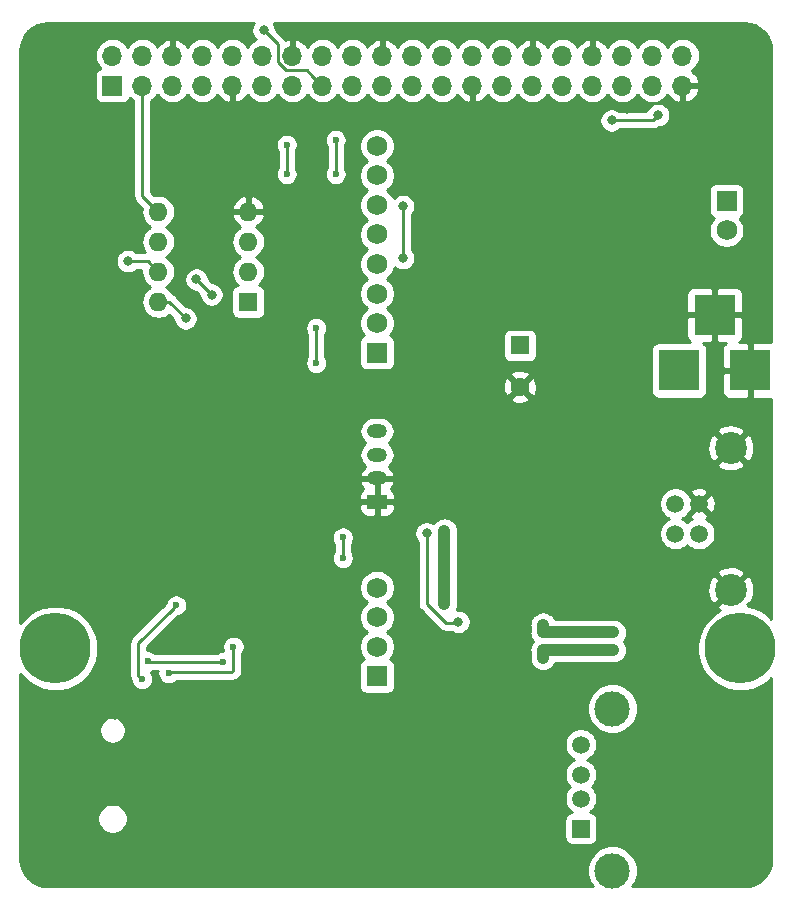
<source format=gbr>
G04 #@! TF.GenerationSoftware,KiCad,Pcbnew,5.1.2-f72e74a~84~ubuntu18.04.1*
G04 #@! TF.CreationDate,2019-05-05T12:37:34+12:00*
G04 #@! TF.ProjectId,pi-hat,70692d68-6174-42e6-9b69-6361645f7063,rev?*
G04 #@! TF.SameCoordinates,Original*
G04 #@! TF.FileFunction,Copper,L2,Bot*
G04 #@! TF.FilePolarity,Positive*
%FSLAX46Y46*%
G04 Gerber Fmt 4.6, Leading zero omitted, Abs format (unit mm)*
G04 Created by KiCad (PCBNEW 5.1.2-f72e74a~84~ubuntu18.04.1) date 2019-05-05 12:37:34*
%MOMM*%
%LPD*%
G04 APERTURE LIST*
%ADD10C,1.500000*%
%ADD11R,1.500000X1.500000*%
%ADD12C,3.000000*%
%ADD13R,3.500000X3.500000*%
%ADD14O,1.700000X1.700000*%
%ADD15R,1.700000X1.700000*%
%ADD16C,1.750000*%
%ADD17R,1.750000X1.750000*%
%ADD18C,1.520000*%
%ADD19C,2.700000*%
%ADD20R,1.600000X1.600000*%
%ADD21O,1.600000X1.600000*%
%ADD22C,6.000000*%
%ADD23R,1.700000X1.200000*%
%ADD24O,1.700000X1.200000*%
%ADD25C,1.600000*%
%ADD26C,0.800000*%
%ADD27C,0.600000*%
%ADD28C,1.000000*%
%ADD29C,0.250000*%
%ADD30C,0.254000*%
G04 APERTURE END LIST*
D10*
X148160000Y-160790000D03*
X148160000Y-163330000D03*
X148160000Y-165360000D03*
D11*
X148160000Y-167900000D03*
D12*
X150830000Y-157740000D03*
X150830000Y-171460000D03*
D13*
X159484000Y-124416000D03*
X162484000Y-129116000D03*
X156484000Y-129116000D03*
D14*
X156760000Y-102460000D03*
X156760000Y-105000000D03*
X154220000Y-102460000D03*
X154220000Y-105000000D03*
X151680000Y-102460000D03*
X151680000Y-105000000D03*
X149140000Y-102460000D03*
X149140000Y-105000000D03*
X146600000Y-102460000D03*
X146600000Y-105000000D03*
X144060000Y-102460000D03*
X144060000Y-105000000D03*
X141520000Y-102460000D03*
X141520000Y-105000000D03*
X138980000Y-102460000D03*
X138980000Y-105000000D03*
X136440000Y-102460000D03*
X136440000Y-105000000D03*
X133900000Y-102460000D03*
X133900000Y-105000000D03*
X131360000Y-102460000D03*
X131360000Y-105000000D03*
X128820000Y-102460000D03*
X128820000Y-105000000D03*
X126280000Y-102460000D03*
X126280000Y-105000000D03*
X123740000Y-102460000D03*
X123740000Y-105000000D03*
X121200000Y-102460000D03*
X121200000Y-105000000D03*
X118660000Y-102460000D03*
X118660000Y-105000000D03*
X116120000Y-102460000D03*
X116120000Y-105000000D03*
X113580000Y-102460000D03*
X113580000Y-105000000D03*
X111040000Y-102460000D03*
X111040000Y-105000000D03*
X108500000Y-102460000D03*
D15*
X108500000Y-105000000D03*
D16*
X130900000Y-110100000D03*
X130900000Y-112600000D03*
X130900000Y-115100000D03*
X130900000Y-117600000D03*
X130900000Y-120100000D03*
X130900000Y-122600000D03*
X130900000Y-125100000D03*
D17*
X130900000Y-127600000D03*
D16*
X130900000Y-147500000D03*
X130900000Y-150000000D03*
X130900000Y-152500000D03*
D17*
X130900000Y-155000000D03*
D18*
X156160000Y-142940000D03*
X156160000Y-140400000D03*
X158160000Y-140400000D03*
X158160000Y-142940000D03*
D19*
X160860000Y-147670000D03*
X160860000Y-135670000D03*
D20*
X120000000Y-123300000D03*
D21*
X112380000Y-115680000D03*
X120000000Y-120760000D03*
X112380000Y-118220000D03*
X120000000Y-118220000D03*
X112380000Y-120760000D03*
X120000000Y-115680000D03*
X112380000Y-123300000D03*
D22*
X103660000Y-152650000D03*
X161660000Y-152650000D03*
D23*
X130900000Y-140250000D03*
D24*
X130900000Y-138250000D03*
X130900000Y-136250000D03*
X130900000Y-134250000D03*
D17*
X160500000Y-114750000D03*
D16*
X160500000Y-117250000D03*
D20*
X143000000Y-127000000D03*
D25*
X143000000Y-130500000D03*
D26*
X136600000Y-148900000D03*
X136600000Y-142700000D03*
X155800000Y-109050000D03*
X152050000Y-107000000D03*
X116700000Y-133800000D03*
X124800000Y-132200000D03*
X113700000Y-127500000D03*
X116900000Y-126300000D03*
X125000000Y-112300000D03*
X125800000Y-148500000D03*
X122400000Y-150900000D03*
X124800000Y-155800000D03*
X117000000Y-141700000D03*
X148100000Y-111100000D03*
X151000000Y-113400000D03*
D27*
X138900000Y-155150000D03*
X143750000Y-172250000D03*
X125160000Y-120650000D03*
D26*
X108750000Y-158250000D03*
D27*
X147500000Y-126250000D03*
D26*
X109800000Y-119849998D03*
X121300000Y-100300000D03*
D27*
X127400000Y-109600000D03*
X127400000Y-112500000D03*
D26*
X133100000Y-119600000D03*
X133100000Y-115200000D03*
X150762347Y-107937653D03*
X154700000Y-107500000D03*
D27*
X144955568Y-150648229D03*
X144947279Y-151291518D03*
X150916278Y-151291518D03*
X149963779Y-151291518D03*
X149011279Y-151291518D03*
X144947279Y-152782938D03*
X144955569Y-153426228D03*
X149011279Y-152782938D03*
X149963779Y-152782938D03*
X150916278Y-152782938D03*
X113900000Y-149000000D03*
X111000000Y-155250000D03*
D26*
X114700000Y-124700000D03*
D27*
X113250000Y-154750000D03*
X118750000Y-152500000D03*
X128000000Y-145000000D03*
X123250000Y-112500000D03*
X123250000Y-110000000D03*
X128000000Y-143250000D03*
X125750000Y-125500000D03*
X125750000Y-128499996D03*
X117900000Y-153800000D03*
X111500000Y-153750000D03*
D26*
X137800000Y-150400000D03*
X135100000Y-142900000D03*
X115600000Y-121400000D03*
X116900000Y-122700000D03*
D28*
X136600000Y-148900000D02*
X136600000Y-142700000D01*
D29*
X111040000Y-114340000D02*
X112380000Y-115680000D01*
X111040000Y-105000000D02*
X111040000Y-114340000D01*
X111469998Y-119849998D02*
X112380000Y-120760000D01*
X109800000Y-119849998D02*
X111469998Y-119849998D01*
X125430001Y-104150001D02*
X126280000Y-105000000D01*
X124980000Y-103700000D02*
X125430001Y-104150001D01*
X122500000Y-103000000D02*
X123200000Y-103700000D01*
X121300000Y-100300000D02*
X122500000Y-101500000D01*
X123200000Y-103700000D02*
X124980000Y-103700000D01*
X122500000Y-101500000D02*
X122500000Y-103000000D01*
X127400000Y-109600000D02*
X127400000Y-112500000D01*
X133100000Y-119600000D02*
X133100000Y-115200000D01*
X154262347Y-107937653D02*
X154700000Y-107500000D01*
X150762347Y-107937653D02*
X154262347Y-107937653D01*
D28*
X144947279Y-151291518D02*
X149011279Y-151291518D01*
X144947279Y-150656518D02*
X144955568Y-150648229D01*
X144947279Y-151291518D02*
X144947279Y-150656518D01*
X149963779Y-151291518D02*
X150916278Y-151291518D01*
X149011279Y-151291518D02*
X149963779Y-151291518D01*
X144947279Y-152782938D02*
X149011279Y-152782938D01*
X144947279Y-153417938D02*
X144955569Y-153426228D01*
X144947279Y-152782938D02*
X144947279Y-153417938D01*
X149011279Y-152782938D02*
X149963779Y-152782938D01*
X149963779Y-152782938D02*
X150916278Y-152782938D01*
D29*
X113600001Y-149299999D02*
X113900000Y-149000000D01*
X110700001Y-152199999D02*
X113600001Y-149299999D01*
X110700001Y-154950001D02*
X110700001Y-152199999D01*
X111000000Y-155250000D02*
X110700001Y-154950001D01*
X113300000Y-123300000D02*
X112380000Y-123300000D01*
X114700000Y-124700000D02*
X113300000Y-123300000D01*
X113350000Y-154650000D02*
X113250000Y-154750000D01*
X118500000Y-154650000D02*
X113350000Y-154650000D01*
X118500000Y-154650000D02*
X118600000Y-154650000D01*
X118600000Y-154650000D02*
X118750000Y-154500000D01*
X118750000Y-154500000D02*
X118750000Y-152500000D01*
X123250000Y-112500000D02*
X123250000Y-110000000D01*
X128000000Y-145000000D02*
X128000000Y-143250000D01*
X125750000Y-125500000D02*
X125750000Y-128499996D01*
X111550000Y-153800000D02*
X111500000Y-153750000D01*
X117900000Y-153800000D02*
X111550000Y-153800000D01*
X137700000Y-150500000D02*
X137800000Y-150400000D01*
X136750000Y-150500000D02*
X137700000Y-150500000D01*
X135100000Y-142900000D02*
X135100000Y-148850000D01*
X135100000Y-148850000D02*
X136750000Y-150500000D01*
X115600000Y-121400000D02*
X116900000Y-122700000D01*
D30*
G36*
X120382795Y-99809744D02*
G01*
X120304774Y-99998102D01*
X120265000Y-100198061D01*
X120265000Y-100401939D01*
X120304774Y-100601898D01*
X120382795Y-100790256D01*
X120496063Y-100959774D01*
X120621618Y-101085329D01*
X120370986Y-101219294D01*
X120144866Y-101404866D01*
X119959294Y-101630986D01*
X119930000Y-101685791D01*
X119900706Y-101630986D01*
X119715134Y-101404866D01*
X119489014Y-101219294D01*
X119231034Y-101081401D01*
X118951111Y-100996487D01*
X118732950Y-100975000D01*
X118587050Y-100975000D01*
X118368889Y-100996487D01*
X118088966Y-101081401D01*
X117830986Y-101219294D01*
X117604866Y-101404866D01*
X117419294Y-101630986D01*
X117390000Y-101685791D01*
X117360706Y-101630986D01*
X117175134Y-101404866D01*
X116949014Y-101219294D01*
X116691034Y-101081401D01*
X116411111Y-100996487D01*
X116192950Y-100975000D01*
X116047050Y-100975000D01*
X115828889Y-100996487D01*
X115548966Y-101081401D01*
X115290986Y-101219294D01*
X115064866Y-101404866D01*
X114879294Y-101630986D01*
X114844799Y-101695523D01*
X114775178Y-101578645D01*
X114580269Y-101362412D01*
X114346920Y-101188359D01*
X114084099Y-101063175D01*
X113936890Y-101018524D01*
X113707000Y-101139845D01*
X113707000Y-102333000D01*
X113727000Y-102333000D01*
X113727000Y-102587000D01*
X113707000Y-102587000D01*
X113707000Y-102607000D01*
X113453000Y-102607000D01*
X113453000Y-102587000D01*
X113433000Y-102587000D01*
X113433000Y-102333000D01*
X113453000Y-102333000D01*
X113453000Y-101139845D01*
X113223110Y-101018524D01*
X113075901Y-101063175D01*
X112813080Y-101188359D01*
X112579731Y-101362412D01*
X112384822Y-101578645D01*
X112315201Y-101695523D01*
X112280706Y-101630986D01*
X112095134Y-101404866D01*
X111869014Y-101219294D01*
X111611034Y-101081401D01*
X111331111Y-100996487D01*
X111112950Y-100975000D01*
X110967050Y-100975000D01*
X110748889Y-100996487D01*
X110468966Y-101081401D01*
X110210986Y-101219294D01*
X109984866Y-101404866D01*
X109799294Y-101630986D01*
X109770000Y-101685791D01*
X109740706Y-101630986D01*
X109555134Y-101404866D01*
X109329014Y-101219294D01*
X109071034Y-101081401D01*
X108791111Y-100996487D01*
X108572950Y-100975000D01*
X108427050Y-100975000D01*
X108208889Y-100996487D01*
X107928966Y-101081401D01*
X107670986Y-101219294D01*
X107444866Y-101404866D01*
X107259294Y-101630986D01*
X107121401Y-101888966D01*
X107036487Y-102168889D01*
X107007815Y-102460000D01*
X107036487Y-102751111D01*
X107121401Y-103031034D01*
X107259294Y-103289014D01*
X107444866Y-103515134D01*
X107474687Y-103539607D01*
X107405820Y-103560498D01*
X107295506Y-103619463D01*
X107198815Y-103698815D01*
X107119463Y-103795506D01*
X107060498Y-103905820D01*
X107024188Y-104025518D01*
X107011928Y-104150000D01*
X107011928Y-105850000D01*
X107024188Y-105974482D01*
X107060498Y-106094180D01*
X107119463Y-106204494D01*
X107198815Y-106301185D01*
X107295506Y-106380537D01*
X107405820Y-106439502D01*
X107525518Y-106475812D01*
X107650000Y-106488072D01*
X109350000Y-106488072D01*
X109474482Y-106475812D01*
X109594180Y-106439502D01*
X109704494Y-106380537D01*
X109801185Y-106301185D01*
X109880537Y-106204494D01*
X109939502Y-106094180D01*
X109960393Y-106025313D01*
X109984866Y-106055134D01*
X110210986Y-106240706D01*
X110280000Y-106277595D01*
X110280001Y-114302668D01*
X110276324Y-114340000D01*
X110290998Y-114488985D01*
X110334454Y-114632246D01*
X110405026Y-114764276D01*
X110476201Y-114851002D01*
X110500000Y-114880001D01*
X110528998Y-114903799D01*
X110979292Y-115354094D01*
X110965764Y-115398691D01*
X110938057Y-115680000D01*
X110965764Y-115961309D01*
X111047818Y-116231808D01*
X111181068Y-116481101D01*
X111360392Y-116699608D01*
X111578899Y-116878932D01*
X111711858Y-116950000D01*
X111578899Y-117021068D01*
X111360392Y-117200392D01*
X111181068Y-117418899D01*
X111047818Y-117668192D01*
X110965764Y-117938691D01*
X110938057Y-118220000D01*
X110965764Y-118501309D01*
X111047818Y-118771808D01*
X111181068Y-119021101D01*
X111237610Y-119089998D01*
X110503711Y-119089998D01*
X110459774Y-119046061D01*
X110290256Y-118932793D01*
X110101898Y-118854772D01*
X109901939Y-118814998D01*
X109698061Y-118814998D01*
X109498102Y-118854772D01*
X109309744Y-118932793D01*
X109140226Y-119046061D01*
X108996063Y-119190224D01*
X108882795Y-119359742D01*
X108804774Y-119548100D01*
X108765000Y-119748059D01*
X108765000Y-119951937D01*
X108804774Y-120151896D01*
X108882795Y-120340254D01*
X108996063Y-120509772D01*
X109140226Y-120653935D01*
X109309744Y-120767203D01*
X109498102Y-120845224D01*
X109698061Y-120884998D01*
X109901939Y-120884998D01*
X110101898Y-120845224D01*
X110290256Y-120767203D01*
X110459774Y-120653935D01*
X110503711Y-120609998D01*
X110952831Y-120609998D01*
X110938057Y-120760000D01*
X110965764Y-121041309D01*
X111047818Y-121311808D01*
X111181068Y-121561101D01*
X111360392Y-121779608D01*
X111578899Y-121958932D01*
X111711858Y-122030000D01*
X111578899Y-122101068D01*
X111360392Y-122280392D01*
X111181068Y-122498899D01*
X111047818Y-122748192D01*
X110965764Y-123018691D01*
X110938057Y-123300000D01*
X110965764Y-123581309D01*
X111047818Y-123851808D01*
X111181068Y-124101101D01*
X111360392Y-124319608D01*
X111578899Y-124498932D01*
X111828192Y-124632182D01*
X112098691Y-124714236D01*
X112309508Y-124735000D01*
X112450492Y-124735000D01*
X112661309Y-124714236D01*
X112931808Y-124632182D01*
X113181101Y-124498932D01*
X113314584Y-124389385D01*
X113665000Y-124739802D01*
X113665000Y-124801939D01*
X113704774Y-125001898D01*
X113782795Y-125190256D01*
X113896063Y-125359774D01*
X114040226Y-125503937D01*
X114209744Y-125617205D01*
X114398102Y-125695226D01*
X114598061Y-125735000D01*
X114801939Y-125735000D01*
X115001898Y-125695226D01*
X115190256Y-125617205D01*
X115359774Y-125503937D01*
X115455800Y-125407911D01*
X124815000Y-125407911D01*
X124815000Y-125592089D01*
X124850932Y-125772729D01*
X124921414Y-125942889D01*
X124990000Y-126045536D01*
X124990001Y-127954459D01*
X124921414Y-128057107D01*
X124850932Y-128227267D01*
X124815000Y-128407907D01*
X124815000Y-128592085D01*
X124850932Y-128772725D01*
X124921414Y-128942885D01*
X125023738Y-129096024D01*
X125153972Y-129226258D01*
X125307111Y-129328582D01*
X125477271Y-129399064D01*
X125657911Y-129434996D01*
X125842089Y-129434996D01*
X126022729Y-129399064D01*
X126192889Y-129328582D01*
X126346028Y-129226258D01*
X126476262Y-129096024D01*
X126578586Y-128942885D01*
X126649068Y-128772725D01*
X126685000Y-128592085D01*
X126685000Y-128407907D01*
X126649068Y-128227267D01*
X126578586Y-128057107D01*
X126510000Y-127954461D01*
X126510000Y-126725000D01*
X129386928Y-126725000D01*
X129386928Y-128475000D01*
X129399188Y-128599482D01*
X129435498Y-128719180D01*
X129494463Y-128829494D01*
X129573815Y-128926185D01*
X129670506Y-129005537D01*
X129780820Y-129064502D01*
X129900518Y-129100812D01*
X130025000Y-129113072D01*
X131775000Y-129113072D01*
X131899482Y-129100812D01*
X132019180Y-129064502D01*
X132129494Y-129005537D01*
X132226185Y-128926185D01*
X132305537Y-128829494D01*
X132364502Y-128719180D01*
X132400812Y-128599482D01*
X132413072Y-128475000D01*
X132413072Y-126725000D01*
X132400812Y-126600518D01*
X132364502Y-126480820D01*
X132305537Y-126370506D01*
X132226185Y-126273815D01*
X132136241Y-126200000D01*
X141561928Y-126200000D01*
X141561928Y-127800000D01*
X141574188Y-127924482D01*
X141610498Y-128044180D01*
X141669463Y-128154494D01*
X141748815Y-128251185D01*
X141845506Y-128330537D01*
X141955820Y-128389502D01*
X142075518Y-128425812D01*
X142200000Y-128438072D01*
X143800000Y-128438072D01*
X143924482Y-128425812D01*
X144044180Y-128389502D01*
X144154494Y-128330537D01*
X144251185Y-128251185D01*
X144330537Y-128154494D01*
X144389502Y-128044180D01*
X144425812Y-127924482D01*
X144438072Y-127800000D01*
X144438072Y-127366000D01*
X154095928Y-127366000D01*
X154095928Y-130866000D01*
X154108188Y-130990482D01*
X154144498Y-131110180D01*
X154203463Y-131220494D01*
X154282815Y-131317185D01*
X154379506Y-131396537D01*
X154489820Y-131455502D01*
X154609518Y-131491812D01*
X154734000Y-131504072D01*
X158234000Y-131504072D01*
X158358482Y-131491812D01*
X158478180Y-131455502D01*
X158588494Y-131396537D01*
X158685185Y-131317185D01*
X158764537Y-131220494D01*
X158823502Y-131110180D01*
X158859812Y-130990482D01*
X158872072Y-130866000D01*
X160095928Y-130866000D01*
X160108188Y-130990482D01*
X160144498Y-131110180D01*
X160203463Y-131220494D01*
X160282815Y-131317185D01*
X160379506Y-131396537D01*
X160489820Y-131455502D01*
X160609518Y-131491812D01*
X160734000Y-131504072D01*
X162198250Y-131501000D01*
X162357000Y-131342250D01*
X162357000Y-129243000D01*
X160257750Y-129243000D01*
X160099000Y-129401750D01*
X160095928Y-130866000D01*
X158872072Y-130866000D01*
X158872072Y-127366000D01*
X158859812Y-127241518D01*
X158823502Y-127121820D01*
X158764537Y-127011506D01*
X158685185Y-126914815D01*
X158588494Y-126835463D01*
X158526655Y-126802409D01*
X159198250Y-126801000D01*
X159357000Y-126642250D01*
X159357000Y-124543000D01*
X159611000Y-124543000D01*
X159611000Y-126642250D01*
X159769750Y-126801000D01*
X160441345Y-126802409D01*
X160379506Y-126835463D01*
X160282815Y-126914815D01*
X160203463Y-127011506D01*
X160144498Y-127121820D01*
X160108188Y-127241518D01*
X160095928Y-127366000D01*
X160099000Y-128830250D01*
X160257750Y-128989000D01*
X162357000Y-128989000D01*
X162357000Y-126889750D01*
X162198250Y-126731000D01*
X161526655Y-126729591D01*
X161588494Y-126696537D01*
X161685185Y-126617185D01*
X161764537Y-126520494D01*
X161823502Y-126410180D01*
X161859812Y-126290482D01*
X161872072Y-126166000D01*
X161869000Y-124701750D01*
X161710250Y-124543000D01*
X159611000Y-124543000D01*
X159357000Y-124543000D01*
X157257750Y-124543000D01*
X157099000Y-124701750D01*
X157095928Y-126166000D01*
X157108188Y-126290482D01*
X157144498Y-126410180D01*
X157203463Y-126520494D01*
X157282815Y-126617185D01*
X157379506Y-126696537D01*
X157438233Y-126727928D01*
X154734000Y-126727928D01*
X154609518Y-126740188D01*
X154489820Y-126776498D01*
X154379506Y-126835463D01*
X154282815Y-126914815D01*
X154203463Y-127011506D01*
X154144498Y-127121820D01*
X154108188Y-127241518D01*
X154095928Y-127366000D01*
X144438072Y-127366000D01*
X144438072Y-126200000D01*
X144425812Y-126075518D01*
X144389502Y-125955820D01*
X144330537Y-125845506D01*
X144251185Y-125748815D01*
X144154494Y-125669463D01*
X144044180Y-125610498D01*
X143924482Y-125574188D01*
X143800000Y-125561928D01*
X142200000Y-125561928D01*
X142075518Y-125574188D01*
X141955820Y-125610498D01*
X141845506Y-125669463D01*
X141748815Y-125748815D01*
X141669463Y-125845506D01*
X141610498Y-125955820D01*
X141574188Y-126075518D01*
X141561928Y-126200000D01*
X132136241Y-126200000D01*
X132129494Y-126194463D01*
X132019180Y-126135498D01*
X132004436Y-126131026D01*
X132072893Y-126062569D01*
X132238144Y-125815253D01*
X132351971Y-125540451D01*
X132410000Y-125248722D01*
X132410000Y-124951278D01*
X132351971Y-124659549D01*
X132238144Y-124384747D01*
X132072893Y-124137431D01*
X131862569Y-123927107D01*
X131747170Y-123850000D01*
X131862569Y-123772893D01*
X132072893Y-123562569D01*
X132238144Y-123315253D01*
X132351971Y-123040451D01*
X132410000Y-122748722D01*
X132410000Y-122666000D01*
X157095928Y-122666000D01*
X157099000Y-124130250D01*
X157257750Y-124289000D01*
X159357000Y-124289000D01*
X159357000Y-122189750D01*
X159611000Y-122189750D01*
X159611000Y-124289000D01*
X161710250Y-124289000D01*
X161869000Y-124130250D01*
X161872072Y-122666000D01*
X161859812Y-122541518D01*
X161823502Y-122421820D01*
X161764537Y-122311506D01*
X161685185Y-122214815D01*
X161588494Y-122135463D01*
X161478180Y-122076498D01*
X161358482Y-122040188D01*
X161234000Y-122027928D01*
X159769750Y-122031000D01*
X159611000Y-122189750D01*
X159357000Y-122189750D01*
X159198250Y-122031000D01*
X157734000Y-122027928D01*
X157609518Y-122040188D01*
X157489820Y-122076498D01*
X157379506Y-122135463D01*
X157282815Y-122214815D01*
X157203463Y-122311506D01*
X157144498Y-122421820D01*
X157108188Y-122541518D01*
X157095928Y-122666000D01*
X132410000Y-122666000D01*
X132410000Y-122451278D01*
X132351971Y-122159549D01*
X132238144Y-121884747D01*
X132072893Y-121637431D01*
X131862569Y-121427107D01*
X131747170Y-121350000D01*
X131862569Y-121272893D01*
X132072893Y-121062569D01*
X132238144Y-120815253D01*
X132351971Y-120540451D01*
X132389263Y-120352974D01*
X132440226Y-120403937D01*
X132609744Y-120517205D01*
X132798102Y-120595226D01*
X132998061Y-120635000D01*
X133201939Y-120635000D01*
X133401898Y-120595226D01*
X133590256Y-120517205D01*
X133759774Y-120403937D01*
X133903937Y-120259774D01*
X134017205Y-120090256D01*
X134095226Y-119901898D01*
X134135000Y-119701939D01*
X134135000Y-119498061D01*
X134095226Y-119298102D01*
X134017205Y-119109744D01*
X133903937Y-118940226D01*
X133860000Y-118896289D01*
X133860000Y-115903711D01*
X133903937Y-115859774D01*
X134017205Y-115690256D01*
X134095226Y-115501898D01*
X134135000Y-115301939D01*
X134135000Y-115098061D01*
X134095226Y-114898102D01*
X134017205Y-114709744D01*
X133903937Y-114540226D01*
X133759774Y-114396063D01*
X133590256Y-114282795D01*
X133401898Y-114204774D01*
X133201939Y-114165000D01*
X132998061Y-114165000D01*
X132798102Y-114204774D01*
X132609744Y-114282795D01*
X132440226Y-114396063D01*
X132300647Y-114535642D01*
X132238144Y-114384747D01*
X132072893Y-114137431D01*
X131862569Y-113927107D01*
X131784586Y-113875000D01*
X158986928Y-113875000D01*
X158986928Y-115625000D01*
X158999188Y-115749482D01*
X159035498Y-115869180D01*
X159094463Y-115979494D01*
X159173815Y-116076185D01*
X159270506Y-116155537D01*
X159380820Y-116214502D01*
X159395564Y-116218974D01*
X159327107Y-116287431D01*
X159161856Y-116534747D01*
X159048029Y-116809549D01*
X158990000Y-117101278D01*
X158990000Y-117398722D01*
X159048029Y-117690451D01*
X159161856Y-117965253D01*
X159327107Y-118212569D01*
X159537431Y-118422893D01*
X159784747Y-118588144D01*
X160059549Y-118701971D01*
X160351278Y-118760000D01*
X160648722Y-118760000D01*
X160940451Y-118701971D01*
X161215253Y-118588144D01*
X161462569Y-118422893D01*
X161672893Y-118212569D01*
X161838144Y-117965253D01*
X161951971Y-117690451D01*
X162010000Y-117398722D01*
X162010000Y-117101278D01*
X161951971Y-116809549D01*
X161838144Y-116534747D01*
X161672893Y-116287431D01*
X161604436Y-116218974D01*
X161619180Y-116214502D01*
X161729494Y-116155537D01*
X161826185Y-116076185D01*
X161905537Y-115979494D01*
X161964502Y-115869180D01*
X162000812Y-115749482D01*
X162013072Y-115625000D01*
X162013072Y-113875000D01*
X162000812Y-113750518D01*
X161964502Y-113630820D01*
X161905537Y-113520506D01*
X161826185Y-113423815D01*
X161729494Y-113344463D01*
X161619180Y-113285498D01*
X161499482Y-113249188D01*
X161375000Y-113236928D01*
X159625000Y-113236928D01*
X159500518Y-113249188D01*
X159380820Y-113285498D01*
X159270506Y-113344463D01*
X159173815Y-113423815D01*
X159094463Y-113520506D01*
X159035498Y-113630820D01*
X158999188Y-113750518D01*
X158986928Y-113875000D01*
X131784586Y-113875000D01*
X131747170Y-113850000D01*
X131862569Y-113772893D01*
X132072893Y-113562569D01*
X132238144Y-113315253D01*
X132351971Y-113040451D01*
X132410000Y-112748722D01*
X132410000Y-112451278D01*
X132351971Y-112159549D01*
X132238144Y-111884747D01*
X132072893Y-111637431D01*
X131862569Y-111427107D01*
X131747170Y-111350000D01*
X131862569Y-111272893D01*
X132072893Y-111062569D01*
X132238144Y-110815253D01*
X132351971Y-110540451D01*
X132410000Y-110248722D01*
X132410000Y-109951278D01*
X132351971Y-109659549D01*
X132238144Y-109384747D01*
X132072893Y-109137431D01*
X131862569Y-108927107D01*
X131615253Y-108761856D01*
X131340451Y-108648029D01*
X131048722Y-108590000D01*
X130751278Y-108590000D01*
X130459549Y-108648029D01*
X130184747Y-108761856D01*
X129937431Y-108927107D01*
X129727107Y-109137431D01*
X129561856Y-109384747D01*
X129448029Y-109659549D01*
X129390000Y-109951278D01*
X129390000Y-110248722D01*
X129448029Y-110540451D01*
X129561856Y-110815253D01*
X129727107Y-111062569D01*
X129937431Y-111272893D01*
X130052830Y-111350000D01*
X129937431Y-111427107D01*
X129727107Y-111637431D01*
X129561856Y-111884747D01*
X129448029Y-112159549D01*
X129390000Y-112451278D01*
X129390000Y-112748722D01*
X129448029Y-113040451D01*
X129561856Y-113315253D01*
X129727107Y-113562569D01*
X129937431Y-113772893D01*
X130052830Y-113850000D01*
X129937431Y-113927107D01*
X129727107Y-114137431D01*
X129561856Y-114384747D01*
X129448029Y-114659549D01*
X129390000Y-114951278D01*
X129390000Y-115248722D01*
X129448029Y-115540451D01*
X129561856Y-115815253D01*
X129727107Y-116062569D01*
X129937431Y-116272893D01*
X130052830Y-116350000D01*
X129937431Y-116427107D01*
X129727107Y-116637431D01*
X129561856Y-116884747D01*
X129448029Y-117159549D01*
X129390000Y-117451278D01*
X129390000Y-117748722D01*
X129448029Y-118040451D01*
X129561856Y-118315253D01*
X129727107Y-118562569D01*
X129937431Y-118772893D01*
X130052830Y-118850000D01*
X129937431Y-118927107D01*
X129727107Y-119137431D01*
X129561856Y-119384747D01*
X129448029Y-119659549D01*
X129390000Y-119951278D01*
X129390000Y-120248722D01*
X129448029Y-120540451D01*
X129561856Y-120815253D01*
X129727107Y-121062569D01*
X129937431Y-121272893D01*
X130052830Y-121350000D01*
X129937431Y-121427107D01*
X129727107Y-121637431D01*
X129561856Y-121884747D01*
X129448029Y-122159549D01*
X129390000Y-122451278D01*
X129390000Y-122748722D01*
X129448029Y-123040451D01*
X129561856Y-123315253D01*
X129727107Y-123562569D01*
X129937431Y-123772893D01*
X130052830Y-123850000D01*
X129937431Y-123927107D01*
X129727107Y-124137431D01*
X129561856Y-124384747D01*
X129448029Y-124659549D01*
X129390000Y-124951278D01*
X129390000Y-125248722D01*
X129448029Y-125540451D01*
X129561856Y-125815253D01*
X129727107Y-126062569D01*
X129795564Y-126131026D01*
X129780820Y-126135498D01*
X129670506Y-126194463D01*
X129573815Y-126273815D01*
X129494463Y-126370506D01*
X129435498Y-126480820D01*
X129399188Y-126600518D01*
X129386928Y-126725000D01*
X126510000Y-126725000D01*
X126510000Y-126045535D01*
X126578586Y-125942889D01*
X126649068Y-125772729D01*
X126685000Y-125592089D01*
X126685000Y-125407911D01*
X126649068Y-125227271D01*
X126578586Y-125057111D01*
X126476262Y-124903972D01*
X126346028Y-124773738D01*
X126192889Y-124671414D01*
X126022729Y-124600932D01*
X125842089Y-124565000D01*
X125657911Y-124565000D01*
X125477271Y-124600932D01*
X125307111Y-124671414D01*
X125153972Y-124773738D01*
X125023738Y-124903972D01*
X124921414Y-125057111D01*
X124850932Y-125227271D01*
X124815000Y-125407911D01*
X115455800Y-125407911D01*
X115503937Y-125359774D01*
X115617205Y-125190256D01*
X115695226Y-125001898D01*
X115735000Y-124801939D01*
X115735000Y-124598061D01*
X115695226Y-124398102D01*
X115617205Y-124209744D01*
X115503937Y-124040226D01*
X115359774Y-123896063D01*
X115190256Y-123782795D01*
X115001898Y-123704774D01*
X114801939Y-123665000D01*
X114739802Y-123665000D01*
X113863804Y-122789003D01*
X113840001Y-122759999D01*
X113724276Y-122665026D01*
X113645111Y-122622711D01*
X113578932Y-122498899D01*
X113399608Y-122280392D01*
X113181101Y-122101068D01*
X113048142Y-122030000D01*
X113181101Y-121958932D01*
X113399608Y-121779608D01*
X113578932Y-121561101D01*
X113712182Y-121311808D01*
X113716352Y-121298061D01*
X114565000Y-121298061D01*
X114565000Y-121501939D01*
X114604774Y-121701898D01*
X114682795Y-121890256D01*
X114796063Y-122059774D01*
X114940226Y-122203937D01*
X115109744Y-122317205D01*
X115298102Y-122395226D01*
X115498061Y-122435000D01*
X115560199Y-122435000D01*
X115865000Y-122739802D01*
X115865000Y-122801939D01*
X115904774Y-123001898D01*
X115982795Y-123190256D01*
X116096063Y-123359774D01*
X116240226Y-123503937D01*
X116409744Y-123617205D01*
X116598102Y-123695226D01*
X116798061Y-123735000D01*
X117001939Y-123735000D01*
X117201898Y-123695226D01*
X117390256Y-123617205D01*
X117559774Y-123503937D01*
X117703937Y-123359774D01*
X117817205Y-123190256D01*
X117895226Y-123001898D01*
X117935000Y-122801939D01*
X117935000Y-122598061D01*
X117895226Y-122398102D01*
X117817205Y-122209744D01*
X117703937Y-122040226D01*
X117559774Y-121896063D01*
X117390256Y-121782795D01*
X117201898Y-121704774D01*
X117001939Y-121665000D01*
X116939802Y-121665000D01*
X116635000Y-121360199D01*
X116635000Y-121298061D01*
X116595226Y-121098102D01*
X116517205Y-120909744D01*
X116403937Y-120740226D01*
X116259774Y-120596063D01*
X116090256Y-120482795D01*
X115901898Y-120404774D01*
X115701939Y-120365000D01*
X115498061Y-120365000D01*
X115298102Y-120404774D01*
X115109744Y-120482795D01*
X114940226Y-120596063D01*
X114796063Y-120740226D01*
X114682795Y-120909744D01*
X114604774Y-121098102D01*
X114565000Y-121298061D01*
X113716352Y-121298061D01*
X113794236Y-121041309D01*
X113821943Y-120760000D01*
X113794236Y-120478691D01*
X113712182Y-120208192D01*
X113578932Y-119958899D01*
X113399608Y-119740392D01*
X113181101Y-119561068D01*
X113048142Y-119490000D01*
X113181101Y-119418932D01*
X113399608Y-119239608D01*
X113578932Y-119021101D01*
X113712182Y-118771808D01*
X113794236Y-118501309D01*
X113821943Y-118220000D01*
X118558057Y-118220000D01*
X118585764Y-118501309D01*
X118667818Y-118771808D01*
X118801068Y-119021101D01*
X118980392Y-119239608D01*
X119198899Y-119418932D01*
X119331858Y-119490000D01*
X119198899Y-119561068D01*
X118980392Y-119740392D01*
X118801068Y-119958899D01*
X118667818Y-120208192D01*
X118585764Y-120478691D01*
X118558057Y-120760000D01*
X118585764Y-121041309D01*
X118667818Y-121311808D01*
X118801068Y-121561101D01*
X118980392Y-121779608D01*
X119093482Y-121872419D01*
X119075518Y-121874188D01*
X118955820Y-121910498D01*
X118845506Y-121969463D01*
X118748815Y-122048815D01*
X118669463Y-122145506D01*
X118610498Y-122255820D01*
X118574188Y-122375518D01*
X118561928Y-122500000D01*
X118561928Y-124100000D01*
X118574188Y-124224482D01*
X118610498Y-124344180D01*
X118669463Y-124454494D01*
X118748815Y-124551185D01*
X118845506Y-124630537D01*
X118955820Y-124689502D01*
X119075518Y-124725812D01*
X119200000Y-124738072D01*
X120800000Y-124738072D01*
X120924482Y-124725812D01*
X121044180Y-124689502D01*
X121154494Y-124630537D01*
X121251185Y-124551185D01*
X121330537Y-124454494D01*
X121389502Y-124344180D01*
X121425812Y-124224482D01*
X121438072Y-124100000D01*
X121438072Y-122500000D01*
X121425812Y-122375518D01*
X121389502Y-122255820D01*
X121330537Y-122145506D01*
X121251185Y-122048815D01*
X121154494Y-121969463D01*
X121044180Y-121910498D01*
X120924482Y-121874188D01*
X120906518Y-121872419D01*
X121019608Y-121779608D01*
X121198932Y-121561101D01*
X121332182Y-121311808D01*
X121414236Y-121041309D01*
X121441943Y-120760000D01*
X121414236Y-120478691D01*
X121332182Y-120208192D01*
X121198932Y-119958899D01*
X121019608Y-119740392D01*
X120801101Y-119561068D01*
X120668142Y-119490000D01*
X120801101Y-119418932D01*
X121019608Y-119239608D01*
X121198932Y-119021101D01*
X121332182Y-118771808D01*
X121414236Y-118501309D01*
X121441943Y-118220000D01*
X121414236Y-117938691D01*
X121332182Y-117668192D01*
X121198932Y-117418899D01*
X121019608Y-117200392D01*
X120801101Y-117021068D01*
X120663318Y-116947421D01*
X120855131Y-116832385D01*
X121063519Y-116643414D01*
X121231037Y-116417420D01*
X121351246Y-116163087D01*
X121391904Y-116029039D01*
X121269915Y-115807000D01*
X120127000Y-115807000D01*
X120127000Y-115827000D01*
X119873000Y-115827000D01*
X119873000Y-115807000D01*
X118730085Y-115807000D01*
X118608096Y-116029039D01*
X118648754Y-116163087D01*
X118768963Y-116417420D01*
X118936481Y-116643414D01*
X119144869Y-116832385D01*
X119336682Y-116947421D01*
X119198899Y-117021068D01*
X118980392Y-117200392D01*
X118801068Y-117418899D01*
X118667818Y-117668192D01*
X118585764Y-117938691D01*
X118558057Y-118220000D01*
X113821943Y-118220000D01*
X113794236Y-117938691D01*
X113712182Y-117668192D01*
X113578932Y-117418899D01*
X113399608Y-117200392D01*
X113181101Y-117021068D01*
X113048142Y-116950000D01*
X113181101Y-116878932D01*
X113399608Y-116699608D01*
X113578932Y-116481101D01*
X113712182Y-116231808D01*
X113794236Y-115961309D01*
X113821943Y-115680000D01*
X113794236Y-115398691D01*
X113773691Y-115330961D01*
X118608096Y-115330961D01*
X118730085Y-115553000D01*
X119873000Y-115553000D01*
X119873000Y-114409376D01*
X120127000Y-114409376D01*
X120127000Y-115553000D01*
X121269915Y-115553000D01*
X121391904Y-115330961D01*
X121351246Y-115196913D01*
X121231037Y-114942580D01*
X121063519Y-114716586D01*
X120855131Y-114527615D01*
X120613881Y-114382930D01*
X120349040Y-114288091D01*
X120127000Y-114409376D01*
X119873000Y-114409376D01*
X119650960Y-114288091D01*
X119386119Y-114382930D01*
X119144869Y-114527615D01*
X118936481Y-114716586D01*
X118768963Y-114942580D01*
X118648754Y-115196913D01*
X118608096Y-115330961D01*
X113773691Y-115330961D01*
X113712182Y-115128192D01*
X113578932Y-114878899D01*
X113399608Y-114660392D01*
X113181101Y-114481068D01*
X112931808Y-114347818D01*
X112661309Y-114265764D01*
X112450492Y-114245000D01*
X112309508Y-114245000D01*
X112098691Y-114265764D01*
X112054094Y-114279292D01*
X111800000Y-114025199D01*
X111800000Y-109907911D01*
X122315000Y-109907911D01*
X122315000Y-110092089D01*
X122350932Y-110272729D01*
X122421414Y-110442889D01*
X122490001Y-110545537D01*
X122490000Y-111954464D01*
X122421414Y-112057111D01*
X122350932Y-112227271D01*
X122315000Y-112407911D01*
X122315000Y-112592089D01*
X122350932Y-112772729D01*
X122421414Y-112942889D01*
X122523738Y-113096028D01*
X122653972Y-113226262D01*
X122807111Y-113328586D01*
X122977271Y-113399068D01*
X123157911Y-113435000D01*
X123342089Y-113435000D01*
X123522729Y-113399068D01*
X123692889Y-113328586D01*
X123846028Y-113226262D01*
X123976262Y-113096028D01*
X124078586Y-112942889D01*
X124149068Y-112772729D01*
X124185000Y-112592089D01*
X124185000Y-112407911D01*
X124149068Y-112227271D01*
X124078586Y-112057111D01*
X124010000Y-111954465D01*
X124010000Y-110545535D01*
X124078586Y-110442889D01*
X124149068Y-110272729D01*
X124185000Y-110092089D01*
X124185000Y-109907911D01*
X124149068Y-109727271D01*
X124078586Y-109557111D01*
X124045712Y-109507911D01*
X126465000Y-109507911D01*
X126465000Y-109692089D01*
X126500932Y-109872729D01*
X126571414Y-110042889D01*
X126640000Y-110145536D01*
X126640001Y-111954463D01*
X126571414Y-112057111D01*
X126500932Y-112227271D01*
X126465000Y-112407911D01*
X126465000Y-112592089D01*
X126500932Y-112772729D01*
X126571414Y-112942889D01*
X126673738Y-113096028D01*
X126803972Y-113226262D01*
X126957111Y-113328586D01*
X127127271Y-113399068D01*
X127307911Y-113435000D01*
X127492089Y-113435000D01*
X127672729Y-113399068D01*
X127842889Y-113328586D01*
X127996028Y-113226262D01*
X128126262Y-113096028D01*
X128228586Y-112942889D01*
X128299068Y-112772729D01*
X128335000Y-112592089D01*
X128335000Y-112407911D01*
X128299068Y-112227271D01*
X128228586Y-112057111D01*
X128160000Y-111954465D01*
X128160000Y-110145535D01*
X128228586Y-110042889D01*
X128299068Y-109872729D01*
X128335000Y-109692089D01*
X128335000Y-109507911D01*
X128299068Y-109327271D01*
X128228586Y-109157111D01*
X128126262Y-109003972D01*
X127996028Y-108873738D01*
X127842889Y-108771414D01*
X127672729Y-108700932D01*
X127492089Y-108665000D01*
X127307911Y-108665000D01*
X127127271Y-108700932D01*
X126957111Y-108771414D01*
X126803972Y-108873738D01*
X126673738Y-109003972D01*
X126571414Y-109157111D01*
X126500932Y-109327271D01*
X126465000Y-109507911D01*
X124045712Y-109507911D01*
X123976262Y-109403972D01*
X123846028Y-109273738D01*
X123692889Y-109171414D01*
X123522729Y-109100932D01*
X123342089Y-109065000D01*
X123157911Y-109065000D01*
X122977271Y-109100932D01*
X122807111Y-109171414D01*
X122653972Y-109273738D01*
X122523738Y-109403972D01*
X122421414Y-109557111D01*
X122350932Y-109727271D01*
X122315000Y-109907911D01*
X111800000Y-109907911D01*
X111800000Y-107835714D01*
X149727347Y-107835714D01*
X149727347Y-108039592D01*
X149767121Y-108239551D01*
X149845142Y-108427909D01*
X149958410Y-108597427D01*
X150102573Y-108741590D01*
X150272091Y-108854858D01*
X150460449Y-108932879D01*
X150660408Y-108972653D01*
X150864286Y-108972653D01*
X151064245Y-108932879D01*
X151252603Y-108854858D01*
X151422121Y-108741590D01*
X151466058Y-108697653D01*
X154225025Y-108697653D01*
X154262347Y-108701329D01*
X154299669Y-108697653D01*
X154299680Y-108697653D01*
X154411333Y-108686656D01*
X154554594Y-108643199D01*
X154686623Y-108572627D01*
X154732472Y-108535000D01*
X154801939Y-108535000D01*
X155001898Y-108495226D01*
X155190256Y-108417205D01*
X155359774Y-108303937D01*
X155503937Y-108159774D01*
X155617205Y-107990256D01*
X155695226Y-107801898D01*
X155735000Y-107601939D01*
X155735000Y-107398061D01*
X155695226Y-107198102D01*
X155617205Y-107009744D01*
X155503937Y-106840226D01*
X155359774Y-106696063D01*
X155190256Y-106582795D01*
X155001898Y-106504774D01*
X154801939Y-106465000D01*
X154598061Y-106465000D01*
X154398102Y-106504774D01*
X154209744Y-106582795D01*
X154040226Y-106696063D01*
X153896063Y-106840226D01*
X153782795Y-107009744D01*
X153713244Y-107177653D01*
X151466058Y-107177653D01*
X151422121Y-107133716D01*
X151252603Y-107020448D01*
X151064245Y-106942427D01*
X150864286Y-106902653D01*
X150660408Y-106902653D01*
X150460449Y-106942427D01*
X150272091Y-107020448D01*
X150102573Y-107133716D01*
X149958410Y-107277879D01*
X149845142Y-107447397D01*
X149767121Y-107635755D01*
X149727347Y-107835714D01*
X111800000Y-107835714D01*
X111800000Y-106277595D01*
X111869014Y-106240706D01*
X112095134Y-106055134D01*
X112280706Y-105829014D01*
X112310000Y-105774209D01*
X112339294Y-105829014D01*
X112524866Y-106055134D01*
X112750986Y-106240706D01*
X113008966Y-106378599D01*
X113288889Y-106463513D01*
X113507050Y-106485000D01*
X113652950Y-106485000D01*
X113871111Y-106463513D01*
X114151034Y-106378599D01*
X114409014Y-106240706D01*
X114635134Y-106055134D01*
X114820706Y-105829014D01*
X114850000Y-105774209D01*
X114879294Y-105829014D01*
X115064866Y-106055134D01*
X115290986Y-106240706D01*
X115548966Y-106378599D01*
X115828889Y-106463513D01*
X116047050Y-106485000D01*
X116192950Y-106485000D01*
X116411111Y-106463513D01*
X116691034Y-106378599D01*
X116949014Y-106240706D01*
X117175134Y-106055134D01*
X117360706Y-105829014D01*
X117395201Y-105764477D01*
X117464822Y-105881355D01*
X117659731Y-106097588D01*
X117893080Y-106271641D01*
X118155901Y-106396825D01*
X118303110Y-106441476D01*
X118533000Y-106320155D01*
X118533000Y-105127000D01*
X118513000Y-105127000D01*
X118513000Y-104873000D01*
X118533000Y-104873000D01*
X118533000Y-104853000D01*
X118787000Y-104853000D01*
X118787000Y-104873000D01*
X118807000Y-104873000D01*
X118807000Y-105127000D01*
X118787000Y-105127000D01*
X118787000Y-106320155D01*
X119016890Y-106441476D01*
X119164099Y-106396825D01*
X119426920Y-106271641D01*
X119660269Y-106097588D01*
X119855178Y-105881355D01*
X119924799Y-105764477D01*
X119959294Y-105829014D01*
X120144866Y-106055134D01*
X120370986Y-106240706D01*
X120628966Y-106378599D01*
X120908889Y-106463513D01*
X121127050Y-106485000D01*
X121272950Y-106485000D01*
X121491111Y-106463513D01*
X121771034Y-106378599D01*
X122029014Y-106240706D01*
X122255134Y-106055134D01*
X122440706Y-105829014D01*
X122470000Y-105774209D01*
X122499294Y-105829014D01*
X122684866Y-106055134D01*
X122910986Y-106240706D01*
X123168966Y-106378599D01*
X123448889Y-106463513D01*
X123667050Y-106485000D01*
X123812950Y-106485000D01*
X124031111Y-106463513D01*
X124311034Y-106378599D01*
X124569014Y-106240706D01*
X124795134Y-106055134D01*
X124980706Y-105829014D01*
X125010000Y-105774209D01*
X125039294Y-105829014D01*
X125224866Y-106055134D01*
X125450986Y-106240706D01*
X125708966Y-106378599D01*
X125988889Y-106463513D01*
X126207050Y-106485000D01*
X126352950Y-106485000D01*
X126571111Y-106463513D01*
X126851034Y-106378599D01*
X127109014Y-106240706D01*
X127335134Y-106055134D01*
X127520706Y-105829014D01*
X127550000Y-105774209D01*
X127579294Y-105829014D01*
X127764866Y-106055134D01*
X127990986Y-106240706D01*
X128248966Y-106378599D01*
X128528889Y-106463513D01*
X128747050Y-106485000D01*
X128892950Y-106485000D01*
X129111111Y-106463513D01*
X129391034Y-106378599D01*
X129649014Y-106240706D01*
X129875134Y-106055134D01*
X130060706Y-105829014D01*
X130090000Y-105774209D01*
X130119294Y-105829014D01*
X130304866Y-106055134D01*
X130530986Y-106240706D01*
X130788966Y-106378599D01*
X131068889Y-106463513D01*
X131287050Y-106485000D01*
X131432950Y-106485000D01*
X131651111Y-106463513D01*
X131931034Y-106378599D01*
X132189014Y-106240706D01*
X132415134Y-106055134D01*
X132600706Y-105829014D01*
X132630000Y-105774209D01*
X132659294Y-105829014D01*
X132844866Y-106055134D01*
X133070986Y-106240706D01*
X133328966Y-106378599D01*
X133608889Y-106463513D01*
X133827050Y-106485000D01*
X133972950Y-106485000D01*
X134191111Y-106463513D01*
X134471034Y-106378599D01*
X134729014Y-106240706D01*
X134955134Y-106055134D01*
X135140706Y-105829014D01*
X135170000Y-105774209D01*
X135199294Y-105829014D01*
X135384866Y-106055134D01*
X135610986Y-106240706D01*
X135868966Y-106378599D01*
X136148889Y-106463513D01*
X136367050Y-106485000D01*
X136512950Y-106485000D01*
X136731111Y-106463513D01*
X137011034Y-106378599D01*
X137269014Y-106240706D01*
X137495134Y-106055134D01*
X137680706Y-105829014D01*
X137715201Y-105764477D01*
X137784822Y-105881355D01*
X137979731Y-106097588D01*
X138213080Y-106271641D01*
X138475901Y-106396825D01*
X138623110Y-106441476D01*
X138853000Y-106320155D01*
X138853000Y-105127000D01*
X138833000Y-105127000D01*
X138833000Y-104873000D01*
X138853000Y-104873000D01*
X138853000Y-104853000D01*
X139107000Y-104853000D01*
X139107000Y-104873000D01*
X139127000Y-104873000D01*
X139127000Y-105127000D01*
X139107000Y-105127000D01*
X139107000Y-106320155D01*
X139336890Y-106441476D01*
X139484099Y-106396825D01*
X139746920Y-106271641D01*
X139980269Y-106097588D01*
X140175178Y-105881355D01*
X140244799Y-105764477D01*
X140279294Y-105829014D01*
X140464866Y-106055134D01*
X140690986Y-106240706D01*
X140948966Y-106378599D01*
X141228889Y-106463513D01*
X141447050Y-106485000D01*
X141592950Y-106485000D01*
X141811111Y-106463513D01*
X142091034Y-106378599D01*
X142349014Y-106240706D01*
X142575134Y-106055134D01*
X142760706Y-105829014D01*
X142790000Y-105774209D01*
X142819294Y-105829014D01*
X143004866Y-106055134D01*
X143230986Y-106240706D01*
X143488966Y-106378599D01*
X143768889Y-106463513D01*
X143987050Y-106485000D01*
X144132950Y-106485000D01*
X144351111Y-106463513D01*
X144631034Y-106378599D01*
X144889014Y-106240706D01*
X145115134Y-106055134D01*
X145300706Y-105829014D01*
X145330000Y-105774209D01*
X145359294Y-105829014D01*
X145544866Y-106055134D01*
X145770986Y-106240706D01*
X146028966Y-106378599D01*
X146308889Y-106463513D01*
X146527050Y-106485000D01*
X146672950Y-106485000D01*
X146891111Y-106463513D01*
X147171034Y-106378599D01*
X147429014Y-106240706D01*
X147655134Y-106055134D01*
X147840706Y-105829014D01*
X147870000Y-105774209D01*
X147899294Y-105829014D01*
X148084866Y-106055134D01*
X148310986Y-106240706D01*
X148568966Y-106378599D01*
X148848889Y-106463513D01*
X149067050Y-106485000D01*
X149212950Y-106485000D01*
X149431111Y-106463513D01*
X149711034Y-106378599D01*
X149969014Y-106240706D01*
X150195134Y-106055134D01*
X150380706Y-105829014D01*
X150410000Y-105774209D01*
X150439294Y-105829014D01*
X150624866Y-106055134D01*
X150850986Y-106240706D01*
X151108966Y-106378599D01*
X151388889Y-106463513D01*
X151607050Y-106485000D01*
X151752950Y-106485000D01*
X151971111Y-106463513D01*
X152251034Y-106378599D01*
X152509014Y-106240706D01*
X152735134Y-106055134D01*
X152920706Y-105829014D01*
X152950000Y-105774209D01*
X152979294Y-105829014D01*
X153164866Y-106055134D01*
X153390986Y-106240706D01*
X153648966Y-106378599D01*
X153928889Y-106463513D01*
X154147050Y-106485000D01*
X154292950Y-106485000D01*
X154511111Y-106463513D01*
X154791034Y-106378599D01*
X155049014Y-106240706D01*
X155275134Y-106055134D01*
X155460706Y-105829014D01*
X155495201Y-105764477D01*
X155564822Y-105881355D01*
X155759731Y-106097588D01*
X155993080Y-106271641D01*
X156255901Y-106396825D01*
X156403110Y-106441476D01*
X156633000Y-106320155D01*
X156633000Y-105127000D01*
X156887000Y-105127000D01*
X156887000Y-106320155D01*
X157116890Y-106441476D01*
X157264099Y-106396825D01*
X157526920Y-106271641D01*
X157760269Y-106097588D01*
X157955178Y-105881355D01*
X158104157Y-105631252D01*
X158201481Y-105356891D01*
X158080814Y-105127000D01*
X156887000Y-105127000D01*
X156633000Y-105127000D01*
X156613000Y-105127000D01*
X156613000Y-104873000D01*
X156633000Y-104873000D01*
X156633000Y-104853000D01*
X156887000Y-104853000D01*
X156887000Y-104873000D01*
X158080814Y-104873000D01*
X158201481Y-104643109D01*
X158104157Y-104368748D01*
X157955178Y-104118645D01*
X157760269Y-103902412D01*
X157531244Y-103731584D01*
X157589014Y-103700706D01*
X157815134Y-103515134D01*
X158000706Y-103289014D01*
X158138599Y-103031034D01*
X158223513Y-102751111D01*
X158252185Y-102460000D01*
X158223513Y-102168889D01*
X158138599Y-101888966D01*
X158000706Y-101630986D01*
X157815134Y-101404866D01*
X157589014Y-101219294D01*
X157331034Y-101081401D01*
X157051111Y-100996487D01*
X156832950Y-100975000D01*
X156687050Y-100975000D01*
X156468889Y-100996487D01*
X156188966Y-101081401D01*
X155930986Y-101219294D01*
X155704866Y-101404866D01*
X155519294Y-101630986D01*
X155490000Y-101685791D01*
X155460706Y-101630986D01*
X155275134Y-101404866D01*
X155049014Y-101219294D01*
X154791034Y-101081401D01*
X154511111Y-100996487D01*
X154292950Y-100975000D01*
X154147050Y-100975000D01*
X153928889Y-100996487D01*
X153648966Y-101081401D01*
X153390986Y-101219294D01*
X153164866Y-101404866D01*
X152979294Y-101630986D01*
X152950000Y-101685791D01*
X152920706Y-101630986D01*
X152735134Y-101404866D01*
X152509014Y-101219294D01*
X152251034Y-101081401D01*
X151971111Y-100996487D01*
X151752950Y-100975000D01*
X151607050Y-100975000D01*
X151388889Y-100996487D01*
X151108966Y-101081401D01*
X150850986Y-101219294D01*
X150624866Y-101404866D01*
X150439294Y-101630986D01*
X150404799Y-101695523D01*
X150335178Y-101578645D01*
X150140269Y-101362412D01*
X149906920Y-101188359D01*
X149644099Y-101063175D01*
X149496890Y-101018524D01*
X149267000Y-101139845D01*
X149267000Y-102333000D01*
X149287000Y-102333000D01*
X149287000Y-102587000D01*
X149267000Y-102587000D01*
X149267000Y-102607000D01*
X149013000Y-102607000D01*
X149013000Y-102587000D01*
X148993000Y-102587000D01*
X148993000Y-102333000D01*
X149013000Y-102333000D01*
X149013000Y-101139845D01*
X148783110Y-101018524D01*
X148635901Y-101063175D01*
X148373080Y-101188359D01*
X148139731Y-101362412D01*
X147944822Y-101578645D01*
X147875201Y-101695523D01*
X147840706Y-101630986D01*
X147655134Y-101404866D01*
X147429014Y-101219294D01*
X147171034Y-101081401D01*
X146891111Y-100996487D01*
X146672950Y-100975000D01*
X146527050Y-100975000D01*
X146308889Y-100996487D01*
X146028966Y-101081401D01*
X145770986Y-101219294D01*
X145544866Y-101404866D01*
X145359294Y-101630986D01*
X145324799Y-101695523D01*
X145255178Y-101578645D01*
X145060269Y-101362412D01*
X144826920Y-101188359D01*
X144564099Y-101063175D01*
X144416890Y-101018524D01*
X144187000Y-101139845D01*
X144187000Y-102333000D01*
X144207000Y-102333000D01*
X144207000Y-102587000D01*
X144187000Y-102587000D01*
X144187000Y-102607000D01*
X143933000Y-102607000D01*
X143933000Y-102587000D01*
X143913000Y-102587000D01*
X143913000Y-102333000D01*
X143933000Y-102333000D01*
X143933000Y-101139845D01*
X143703110Y-101018524D01*
X143555901Y-101063175D01*
X143293080Y-101188359D01*
X143059731Y-101362412D01*
X142864822Y-101578645D01*
X142795201Y-101695523D01*
X142760706Y-101630986D01*
X142575134Y-101404866D01*
X142349014Y-101219294D01*
X142091034Y-101081401D01*
X141811111Y-100996487D01*
X141592950Y-100975000D01*
X141447050Y-100975000D01*
X141228889Y-100996487D01*
X140948966Y-101081401D01*
X140690986Y-101219294D01*
X140464866Y-101404866D01*
X140279294Y-101630986D01*
X140250000Y-101685791D01*
X140220706Y-101630986D01*
X140035134Y-101404866D01*
X139809014Y-101219294D01*
X139551034Y-101081401D01*
X139271111Y-100996487D01*
X139052950Y-100975000D01*
X138907050Y-100975000D01*
X138688889Y-100996487D01*
X138408966Y-101081401D01*
X138150986Y-101219294D01*
X137924866Y-101404866D01*
X137739294Y-101630986D01*
X137710000Y-101685791D01*
X137680706Y-101630986D01*
X137495134Y-101404866D01*
X137269014Y-101219294D01*
X137011034Y-101081401D01*
X136731111Y-100996487D01*
X136512950Y-100975000D01*
X136367050Y-100975000D01*
X136148889Y-100996487D01*
X135868966Y-101081401D01*
X135610986Y-101219294D01*
X135384866Y-101404866D01*
X135199294Y-101630986D01*
X135170000Y-101685791D01*
X135140706Y-101630986D01*
X134955134Y-101404866D01*
X134729014Y-101219294D01*
X134471034Y-101081401D01*
X134191111Y-100996487D01*
X133972950Y-100975000D01*
X133827050Y-100975000D01*
X133608889Y-100996487D01*
X133328966Y-101081401D01*
X133070986Y-101219294D01*
X132844866Y-101404866D01*
X132659294Y-101630986D01*
X132624799Y-101695523D01*
X132555178Y-101578645D01*
X132360269Y-101362412D01*
X132126920Y-101188359D01*
X131864099Y-101063175D01*
X131716890Y-101018524D01*
X131487000Y-101139845D01*
X131487000Y-102333000D01*
X131507000Y-102333000D01*
X131507000Y-102587000D01*
X131487000Y-102587000D01*
X131487000Y-102607000D01*
X131233000Y-102607000D01*
X131233000Y-102587000D01*
X131213000Y-102587000D01*
X131213000Y-102333000D01*
X131233000Y-102333000D01*
X131233000Y-101139845D01*
X131003110Y-101018524D01*
X130855901Y-101063175D01*
X130593080Y-101188359D01*
X130359731Y-101362412D01*
X130164822Y-101578645D01*
X130095201Y-101695523D01*
X130060706Y-101630986D01*
X129875134Y-101404866D01*
X129649014Y-101219294D01*
X129391034Y-101081401D01*
X129111111Y-100996487D01*
X128892950Y-100975000D01*
X128747050Y-100975000D01*
X128528889Y-100996487D01*
X128248966Y-101081401D01*
X127990986Y-101219294D01*
X127764866Y-101404866D01*
X127579294Y-101630986D01*
X127550000Y-101685791D01*
X127520706Y-101630986D01*
X127335134Y-101404866D01*
X127109014Y-101219294D01*
X126851034Y-101081401D01*
X126571111Y-100996487D01*
X126352950Y-100975000D01*
X126207050Y-100975000D01*
X125988889Y-100996487D01*
X125708966Y-101081401D01*
X125450986Y-101219294D01*
X125224866Y-101404866D01*
X125039294Y-101630986D01*
X125004799Y-101695523D01*
X124935178Y-101578645D01*
X124740269Y-101362412D01*
X124506920Y-101188359D01*
X124244099Y-101063175D01*
X124096890Y-101018524D01*
X123867000Y-101139845D01*
X123867000Y-102333000D01*
X123887000Y-102333000D01*
X123887000Y-102587000D01*
X123867000Y-102587000D01*
X123867000Y-102607000D01*
X123613000Y-102607000D01*
X123613000Y-102587000D01*
X123593000Y-102587000D01*
X123593000Y-102333000D01*
X123613000Y-102333000D01*
X123613000Y-101139845D01*
X123383110Y-101018524D01*
X123235901Y-101063175D01*
X123150109Y-101104039D01*
X123134974Y-101075724D01*
X123040001Y-100959999D01*
X123011004Y-100936202D01*
X122335000Y-100260199D01*
X122335000Y-100198061D01*
X122295226Y-99998102D01*
X122217205Y-99809744D01*
X122150558Y-99710000D01*
X161965279Y-99710000D01*
X162444134Y-99756953D01*
X162871355Y-99885938D01*
X163265384Y-100095446D01*
X163611214Y-100377499D01*
X163895673Y-100721351D01*
X164107929Y-101113910D01*
X164239892Y-101540213D01*
X164290000Y-102016964D01*
X164290000Y-126733443D01*
X164234000Y-126727928D01*
X162769750Y-126731000D01*
X162611000Y-126889750D01*
X162611000Y-128989000D01*
X162631000Y-128989000D01*
X162631000Y-129243000D01*
X162611000Y-129243000D01*
X162611000Y-131342250D01*
X162769750Y-131501000D01*
X164234000Y-131504072D01*
X164290000Y-131498557D01*
X164290001Y-150139335D01*
X163977177Y-149826511D01*
X163381818Y-149428705D01*
X162720290Y-149154691D01*
X162282349Y-149067579D01*
X162359768Y-148990160D01*
X162244840Y-148875232D01*
X162545044Y-148737276D01*
X162720882Y-148388033D01*
X162825207Y-148011196D01*
X162854009Y-147621247D01*
X162806184Y-147233172D01*
X162683568Y-146861884D01*
X162545044Y-146602724D01*
X162244838Y-146464767D01*
X161039605Y-147670000D01*
X161053748Y-147684143D01*
X160874143Y-147863748D01*
X160860000Y-147849605D01*
X159654767Y-149054838D01*
X159792724Y-149355044D01*
X159938645Y-149428513D01*
X159938182Y-149428705D01*
X159342823Y-149826511D01*
X158836511Y-150332823D01*
X158438705Y-150928182D01*
X158164691Y-151589710D01*
X158025000Y-152291984D01*
X158025000Y-153008016D01*
X158164691Y-153710290D01*
X158438705Y-154371818D01*
X158836511Y-154967177D01*
X159342823Y-155473489D01*
X159938182Y-155871295D01*
X160599710Y-156145309D01*
X161301984Y-156285000D01*
X162018016Y-156285000D01*
X162720290Y-156145309D01*
X163381818Y-155871295D01*
X163977177Y-155473489D01*
X164290001Y-155160665D01*
X164290001Y-170465269D01*
X164243048Y-170944133D01*
X164114063Y-171371353D01*
X163904554Y-171765384D01*
X163622501Y-172111214D01*
X163278651Y-172395672D01*
X162886093Y-172607927D01*
X162459788Y-172739891D01*
X161983036Y-172790000D01*
X152509065Y-172790000D01*
X152722012Y-172471302D01*
X152882953Y-172082756D01*
X152965000Y-171670279D01*
X152965000Y-171249721D01*
X152882953Y-170837244D01*
X152722012Y-170448698D01*
X152488363Y-170099017D01*
X152190983Y-169801637D01*
X151841302Y-169567988D01*
X151452756Y-169407047D01*
X151040279Y-169325000D01*
X150619721Y-169325000D01*
X150207244Y-169407047D01*
X149818698Y-169567988D01*
X149469017Y-169801637D01*
X149171637Y-170099017D01*
X148937988Y-170448698D01*
X148777047Y-170837244D01*
X148695000Y-171249721D01*
X148695000Y-171670279D01*
X148777047Y-172082756D01*
X148937988Y-172471302D01*
X149150935Y-172790000D01*
X103034721Y-172790000D01*
X102555867Y-172743048D01*
X102128647Y-172614063D01*
X101734616Y-172404554D01*
X101388786Y-172122501D01*
X101104328Y-171778651D01*
X100892073Y-171386093D01*
X100760109Y-170959788D01*
X100710000Y-170483036D01*
X100710000Y-166943439D01*
X107215000Y-166943439D01*
X107215000Y-167196561D01*
X107264381Y-167444821D01*
X107361247Y-167678676D01*
X107501875Y-167889140D01*
X107680860Y-168068125D01*
X107891324Y-168208753D01*
X108125179Y-168305619D01*
X108373439Y-168355000D01*
X108626561Y-168355000D01*
X108874821Y-168305619D01*
X109108676Y-168208753D01*
X109319140Y-168068125D01*
X109498125Y-167889140D01*
X109638753Y-167678676D01*
X109735619Y-167444821D01*
X109785000Y-167196561D01*
X109785000Y-167150000D01*
X146771928Y-167150000D01*
X146771928Y-168650000D01*
X146784188Y-168774482D01*
X146820498Y-168894180D01*
X146879463Y-169004494D01*
X146958815Y-169101185D01*
X147055506Y-169180537D01*
X147165820Y-169239502D01*
X147285518Y-169275812D01*
X147410000Y-169288072D01*
X148910000Y-169288072D01*
X149034482Y-169275812D01*
X149154180Y-169239502D01*
X149264494Y-169180537D01*
X149361185Y-169101185D01*
X149440537Y-169004494D01*
X149499502Y-168894180D01*
X149535812Y-168774482D01*
X149548072Y-168650000D01*
X149548072Y-167150000D01*
X149535812Y-167025518D01*
X149499502Y-166905820D01*
X149440537Y-166795506D01*
X149361185Y-166698815D01*
X149264494Y-166619463D01*
X149154180Y-166560498D01*
X149034482Y-166524188D01*
X148926517Y-166513555D01*
X149042886Y-166435799D01*
X149235799Y-166242886D01*
X149387371Y-166016043D01*
X149491775Y-165763989D01*
X149545000Y-165496411D01*
X149545000Y-165223589D01*
X149491775Y-164956011D01*
X149387371Y-164703957D01*
X149235799Y-164477114D01*
X149103685Y-164345000D01*
X149235799Y-164212886D01*
X149387371Y-163986043D01*
X149491775Y-163733989D01*
X149545000Y-163466411D01*
X149545000Y-163193589D01*
X149491775Y-162926011D01*
X149387371Y-162673957D01*
X149235799Y-162447114D01*
X149042886Y-162254201D01*
X148816043Y-162102629D01*
X148713127Y-162060000D01*
X148816043Y-162017371D01*
X149042886Y-161865799D01*
X149235799Y-161672886D01*
X149387371Y-161446043D01*
X149491775Y-161193989D01*
X149545000Y-160926411D01*
X149545000Y-160653589D01*
X149491775Y-160386011D01*
X149387371Y-160133957D01*
X149235799Y-159907114D01*
X149042886Y-159714201D01*
X148816043Y-159562629D01*
X148563989Y-159458225D01*
X148296411Y-159405000D01*
X148023589Y-159405000D01*
X147756011Y-159458225D01*
X147503957Y-159562629D01*
X147277114Y-159714201D01*
X147084201Y-159907114D01*
X146932629Y-160133957D01*
X146828225Y-160386011D01*
X146775000Y-160653589D01*
X146775000Y-160926411D01*
X146828225Y-161193989D01*
X146932629Y-161446043D01*
X147084201Y-161672886D01*
X147277114Y-161865799D01*
X147503957Y-162017371D01*
X147606873Y-162060000D01*
X147503957Y-162102629D01*
X147277114Y-162254201D01*
X147084201Y-162447114D01*
X146932629Y-162673957D01*
X146828225Y-162926011D01*
X146775000Y-163193589D01*
X146775000Y-163466411D01*
X146828225Y-163733989D01*
X146932629Y-163986043D01*
X147084201Y-164212886D01*
X147216315Y-164345000D01*
X147084201Y-164477114D01*
X146932629Y-164703957D01*
X146828225Y-164956011D01*
X146775000Y-165223589D01*
X146775000Y-165496411D01*
X146828225Y-165763989D01*
X146932629Y-166016043D01*
X147084201Y-166242886D01*
X147277114Y-166435799D01*
X147393483Y-166513555D01*
X147285518Y-166524188D01*
X147165820Y-166560498D01*
X147055506Y-166619463D01*
X146958815Y-166698815D01*
X146879463Y-166795506D01*
X146820498Y-166905820D01*
X146784188Y-167025518D01*
X146771928Y-167150000D01*
X109785000Y-167150000D01*
X109785000Y-166943439D01*
X109735619Y-166695179D01*
X109638753Y-166461324D01*
X109498125Y-166250860D01*
X109319140Y-166071875D01*
X109108676Y-165931247D01*
X108874821Y-165834381D01*
X108626561Y-165785000D01*
X108373439Y-165785000D01*
X108125179Y-165834381D01*
X107891324Y-165931247D01*
X107680860Y-166071875D01*
X107501875Y-166250860D01*
X107361247Y-166461324D01*
X107264381Y-166695179D01*
X107215000Y-166943439D01*
X100710000Y-166943439D01*
X100710000Y-159458212D01*
X107365000Y-159458212D01*
X107365000Y-159681788D01*
X107408617Y-159901067D01*
X107494176Y-160107624D01*
X107618388Y-160293520D01*
X107776480Y-160451612D01*
X107962376Y-160575824D01*
X108168933Y-160661383D01*
X108388212Y-160705000D01*
X108611788Y-160705000D01*
X108831067Y-160661383D01*
X109037624Y-160575824D01*
X109223520Y-160451612D01*
X109381612Y-160293520D01*
X109505824Y-160107624D01*
X109591383Y-159901067D01*
X109635000Y-159681788D01*
X109635000Y-159458212D01*
X109591383Y-159238933D01*
X109505824Y-159032376D01*
X109381612Y-158846480D01*
X109223520Y-158688388D01*
X109037624Y-158564176D01*
X108831067Y-158478617D01*
X108611788Y-158435000D01*
X108388212Y-158435000D01*
X108168933Y-158478617D01*
X107962376Y-158564176D01*
X107776480Y-158688388D01*
X107618388Y-158846480D01*
X107494176Y-159032376D01*
X107408617Y-159238933D01*
X107365000Y-159458212D01*
X100710000Y-159458212D01*
X100710000Y-157529721D01*
X148695000Y-157529721D01*
X148695000Y-157950279D01*
X148777047Y-158362756D01*
X148937988Y-158751302D01*
X149171637Y-159100983D01*
X149469017Y-159398363D01*
X149818698Y-159632012D01*
X150207244Y-159792953D01*
X150619721Y-159875000D01*
X151040279Y-159875000D01*
X151452756Y-159792953D01*
X151841302Y-159632012D01*
X152190983Y-159398363D01*
X152488363Y-159100983D01*
X152722012Y-158751302D01*
X152882953Y-158362756D01*
X152965000Y-157950279D01*
X152965000Y-157529721D01*
X152882953Y-157117244D01*
X152722012Y-156728698D01*
X152488363Y-156379017D01*
X152190983Y-156081637D01*
X151841302Y-155847988D01*
X151452756Y-155687047D01*
X151040279Y-155605000D01*
X150619721Y-155605000D01*
X150207244Y-155687047D01*
X149818698Y-155847988D01*
X149469017Y-156081637D01*
X149171637Y-156379017D01*
X148937988Y-156728698D01*
X148777047Y-157117244D01*
X148695000Y-157529721D01*
X100710000Y-157529721D01*
X100710000Y-154777840D01*
X100836511Y-154967177D01*
X101342823Y-155473489D01*
X101938182Y-155871295D01*
X102599710Y-156145309D01*
X103301984Y-156285000D01*
X104018016Y-156285000D01*
X104720290Y-156145309D01*
X105381818Y-155871295D01*
X105977177Y-155473489D01*
X106483489Y-154967177D01*
X106881295Y-154371818D01*
X107155309Y-153710290D01*
X107295000Y-153008016D01*
X107295000Y-152291984D01*
X107276704Y-152199999D01*
X109936325Y-152199999D01*
X109940002Y-152237331D01*
X109940001Y-154912678D01*
X109936325Y-154950001D01*
X109940001Y-154987323D01*
X109940001Y-154987333D01*
X109950998Y-155098986D01*
X109973837Y-155174276D01*
X109994455Y-155242247D01*
X110065027Y-155374277D01*
X110073442Y-155384531D01*
X110100932Y-155522729D01*
X110171414Y-155692889D01*
X110273738Y-155846028D01*
X110403972Y-155976262D01*
X110557111Y-156078586D01*
X110727271Y-156149068D01*
X110907911Y-156185000D01*
X111092089Y-156185000D01*
X111272729Y-156149068D01*
X111442889Y-156078586D01*
X111596028Y-155976262D01*
X111726262Y-155846028D01*
X111828586Y-155692889D01*
X111899068Y-155522729D01*
X111935000Y-155342089D01*
X111935000Y-155157911D01*
X111899068Y-154977271D01*
X111828586Y-154807111D01*
X111728821Y-154657802D01*
X111772729Y-154649068D01*
X111942889Y-154578586D01*
X111970705Y-154560000D01*
X112334476Y-154560000D01*
X112315000Y-154657911D01*
X112315000Y-154842089D01*
X112350932Y-155022729D01*
X112421414Y-155192889D01*
X112523738Y-155346028D01*
X112653972Y-155476262D01*
X112807111Y-155578586D01*
X112977271Y-155649068D01*
X113157911Y-155685000D01*
X113342089Y-155685000D01*
X113522729Y-155649068D01*
X113692889Y-155578586D01*
X113846028Y-155476262D01*
X113912290Y-155410000D01*
X118562678Y-155410000D01*
X118600000Y-155413676D01*
X118637322Y-155410000D01*
X118637333Y-155410000D01*
X118748986Y-155399003D01*
X118892247Y-155355546D01*
X119024276Y-155284974D01*
X119140001Y-155190001D01*
X119163804Y-155160997D01*
X119260998Y-155063803D01*
X119290001Y-155040001D01*
X119384974Y-154924276D01*
X119455546Y-154792247D01*
X119499003Y-154648986D01*
X119510000Y-154537333D01*
X119510000Y-154537324D01*
X119513676Y-154500001D01*
X119510000Y-154462678D01*
X119510000Y-154125000D01*
X129386928Y-154125000D01*
X129386928Y-155875000D01*
X129399188Y-155999482D01*
X129435498Y-156119180D01*
X129494463Y-156229494D01*
X129573815Y-156326185D01*
X129670506Y-156405537D01*
X129780820Y-156464502D01*
X129900518Y-156500812D01*
X130025000Y-156513072D01*
X131775000Y-156513072D01*
X131899482Y-156500812D01*
X132019180Y-156464502D01*
X132129494Y-156405537D01*
X132226185Y-156326185D01*
X132305537Y-156229494D01*
X132364502Y-156119180D01*
X132400812Y-155999482D01*
X132413072Y-155875000D01*
X132413072Y-154125000D01*
X132400812Y-154000518D01*
X132364502Y-153880820D01*
X132305537Y-153770506D01*
X132226185Y-153673815D01*
X132129494Y-153594463D01*
X132019180Y-153535498D01*
X132004436Y-153531026D01*
X132072893Y-153462569D01*
X132238144Y-153215253D01*
X132351971Y-152940451D01*
X132410000Y-152648722D01*
X132410000Y-152351278D01*
X132351971Y-152059549D01*
X132238144Y-151784747D01*
X132072893Y-151537431D01*
X131862569Y-151327107D01*
X131747170Y-151250000D01*
X131862569Y-151172893D01*
X132072893Y-150962569D01*
X132238144Y-150715253D01*
X132351971Y-150440451D01*
X132410000Y-150148722D01*
X132410000Y-149851278D01*
X132351971Y-149559549D01*
X132238144Y-149284747D01*
X132072893Y-149037431D01*
X131862569Y-148827107D01*
X131747170Y-148750000D01*
X131862569Y-148672893D01*
X132072893Y-148462569D01*
X132238144Y-148215253D01*
X132351971Y-147940451D01*
X132410000Y-147648722D01*
X132410000Y-147351278D01*
X132351971Y-147059549D01*
X132238144Y-146784747D01*
X132072893Y-146537431D01*
X131862569Y-146327107D01*
X131615253Y-146161856D01*
X131340451Y-146048029D01*
X131048722Y-145990000D01*
X130751278Y-145990000D01*
X130459549Y-146048029D01*
X130184747Y-146161856D01*
X129937431Y-146327107D01*
X129727107Y-146537431D01*
X129561856Y-146784747D01*
X129448029Y-147059549D01*
X129390000Y-147351278D01*
X129390000Y-147648722D01*
X129448029Y-147940451D01*
X129561856Y-148215253D01*
X129727107Y-148462569D01*
X129937431Y-148672893D01*
X130052830Y-148750000D01*
X129937431Y-148827107D01*
X129727107Y-149037431D01*
X129561856Y-149284747D01*
X129448029Y-149559549D01*
X129390000Y-149851278D01*
X129390000Y-150148722D01*
X129448029Y-150440451D01*
X129561856Y-150715253D01*
X129727107Y-150962569D01*
X129937431Y-151172893D01*
X130052830Y-151250000D01*
X129937431Y-151327107D01*
X129727107Y-151537431D01*
X129561856Y-151784747D01*
X129448029Y-152059549D01*
X129390000Y-152351278D01*
X129390000Y-152648722D01*
X129448029Y-152940451D01*
X129561856Y-153215253D01*
X129727107Y-153462569D01*
X129795564Y-153531026D01*
X129780820Y-153535498D01*
X129670506Y-153594463D01*
X129573815Y-153673815D01*
X129494463Y-153770506D01*
X129435498Y-153880820D01*
X129399188Y-154000518D01*
X129386928Y-154125000D01*
X119510000Y-154125000D01*
X119510000Y-153045535D01*
X119578586Y-152942889D01*
X119649068Y-152772729D01*
X119685000Y-152592089D01*
X119685000Y-152407911D01*
X119649068Y-152227271D01*
X119578586Y-152057111D01*
X119476262Y-151903972D01*
X119346028Y-151773738D01*
X119192889Y-151671414D01*
X119022729Y-151600932D01*
X118842089Y-151565000D01*
X118657911Y-151565000D01*
X118477271Y-151600932D01*
X118307111Y-151671414D01*
X118153972Y-151773738D01*
X118023738Y-151903972D01*
X117921414Y-152057111D01*
X117850932Y-152227271D01*
X117815000Y-152407911D01*
X117815000Y-152592089D01*
X117850932Y-152772729D01*
X117889152Y-152865000D01*
X117807911Y-152865000D01*
X117627271Y-152900932D01*
X117457111Y-152971414D01*
X117354465Y-153040000D01*
X112112290Y-153040000D01*
X112096028Y-153023738D01*
X111942889Y-152921414D01*
X111772729Y-152850932D01*
X111592089Y-152815000D01*
X111460001Y-152815000D01*
X111460001Y-152514800D01*
X114051649Y-149923153D01*
X114172729Y-149899068D01*
X114342889Y-149828586D01*
X114496028Y-149726262D01*
X114626262Y-149596028D01*
X114728586Y-149442889D01*
X114799068Y-149272729D01*
X114835000Y-149092089D01*
X114835000Y-148907911D01*
X114799068Y-148727271D01*
X114728586Y-148557111D01*
X114626262Y-148403972D01*
X114496028Y-148273738D01*
X114342889Y-148171414D01*
X114172729Y-148100932D01*
X113992089Y-148065000D01*
X113807911Y-148065000D01*
X113627271Y-148100932D01*
X113457111Y-148171414D01*
X113303972Y-148273738D01*
X113173738Y-148403972D01*
X113071414Y-148557111D01*
X113000932Y-148727271D01*
X112976847Y-148848351D01*
X110188999Y-151636200D01*
X110160001Y-151659998D01*
X110136203Y-151688996D01*
X110136202Y-151688997D01*
X110065027Y-151775723D01*
X109994455Y-151907753D01*
X109950999Y-152051014D01*
X109936325Y-152199999D01*
X107276704Y-152199999D01*
X107155309Y-151589710D01*
X106881295Y-150928182D01*
X106483489Y-150332823D01*
X105977177Y-149826511D01*
X105381818Y-149428705D01*
X104720290Y-149154691D01*
X104018016Y-149015000D01*
X103301984Y-149015000D01*
X102599710Y-149154691D01*
X101938182Y-149428705D01*
X101342823Y-149826511D01*
X100836511Y-150332823D01*
X100710000Y-150522160D01*
X100710000Y-143157911D01*
X127065000Y-143157911D01*
X127065000Y-143342089D01*
X127100932Y-143522729D01*
X127171414Y-143692889D01*
X127240001Y-143795536D01*
X127240000Y-144454464D01*
X127171414Y-144557111D01*
X127100932Y-144727271D01*
X127065000Y-144907911D01*
X127065000Y-145092089D01*
X127100932Y-145272729D01*
X127171414Y-145442889D01*
X127273738Y-145596028D01*
X127403972Y-145726262D01*
X127557111Y-145828586D01*
X127727271Y-145899068D01*
X127907911Y-145935000D01*
X128092089Y-145935000D01*
X128272729Y-145899068D01*
X128442889Y-145828586D01*
X128596028Y-145726262D01*
X128726262Y-145596028D01*
X128828586Y-145442889D01*
X128899068Y-145272729D01*
X128935000Y-145092089D01*
X128935000Y-144907911D01*
X128899068Y-144727271D01*
X128828586Y-144557111D01*
X128760000Y-144454465D01*
X128760000Y-143795535D01*
X128828586Y-143692889D01*
X128899068Y-143522729D01*
X128935000Y-143342089D01*
X128935000Y-143157911D01*
X128899068Y-142977271D01*
X128828586Y-142807111D01*
X128822539Y-142798061D01*
X134065000Y-142798061D01*
X134065000Y-143001939D01*
X134104774Y-143201898D01*
X134182795Y-143390256D01*
X134296063Y-143559774D01*
X134340000Y-143603711D01*
X134340001Y-148812668D01*
X134336324Y-148850000D01*
X134340001Y-148887333D01*
X134350998Y-148998986D01*
X134354339Y-149010000D01*
X134394454Y-149142246D01*
X134465026Y-149274276D01*
X134536201Y-149361002D01*
X134560000Y-149390001D01*
X134588998Y-149413799D01*
X136186205Y-151011008D01*
X136209999Y-151040001D01*
X136238992Y-151063795D01*
X136238996Y-151063799D01*
X136309685Y-151121811D01*
X136325724Y-151134974D01*
X136457753Y-151205546D01*
X136601014Y-151249003D01*
X136712667Y-151260000D01*
X136712676Y-151260000D01*
X136749999Y-151263676D01*
X136787322Y-151260000D01*
X137224130Y-151260000D01*
X137309744Y-151317205D01*
X137498102Y-151395226D01*
X137698061Y-151435000D01*
X137901939Y-151435000D01*
X138101898Y-151395226D01*
X138290256Y-151317205D01*
X138459774Y-151203937D01*
X138603937Y-151059774D01*
X138717205Y-150890256D01*
X138795226Y-150701898D01*
X138804252Y-150656518D01*
X143806788Y-150656518D01*
X143812279Y-150712269D01*
X143812279Y-151235766D01*
X143806788Y-151291518D01*
X143828702Y-151514017D01*
X143893603Y-151727965D01*
X143989701Y-151907753D01*
X143998995Y-151925141D01*
X144090983Y-152037228D01*
X143998995Y-152149315D01*
X143893603Y-152346491D01*
X143828702Y-152560439D01*
X143806788Y-152782938D01*
X143812279Y-152838690D01*
X143812279Y-153362187D01*
X143806788Y-153417938D01*
X143812279Y-153473689D01*
X143812279Y-153473690D01*
X143828702Y-153640437D01*
X143893603Y-153854385D01*
X143998996Y-154051561D01*
X144140831Y-154224387D01*
X144184139Y-154259929D01*
X144192426Y-154268216D01*
X144321947Y-154374512D01*
X144519123Y-154479904D01*
X144733071Y-154544805D01*
X144955569Y-154566719D01*
X145178068Y-154544805D01*
X145392015Y-154479904D01*
X145589191Y-154374512D01*
X145762018Y-154232677D01*
X145903853Y-154059850D01*
X145979706Y-153917938D01*
X150972030Y-153917938D01*
X151138777Y-153901515D01*
X151352725Y-153836614D01*
X151549901Y-153731222D01*
X151722727Y-153589387D01*
X151864562Y-153416561D01*
X151969954Y-153219385D01*
X152034855Y-153005437D01*
X152056769Y-152782938D01*
X152034855Y-152560439D01*
X151969954Y-152346491D01*
X151864562Y-152149315D01*
X151772574Y-152037228D01*
X151864562Y-151925141D01*
X151969954Y-151727965D01*
X152034855Y-151514017D01*
X152056769Y-151291518D01*
X152034855Y-151069019D01*
X151969954Y-150855071D01*
X151864562Y-150657895D01*
X151722727Y-150485069D01*
X151549901Y-150343234D01*
X151352725Y-150237842D01*
X151138777Y-150172941D01*
X150972030Y-150156518D01*
X145979703Y-150156518D01*
X145903851Y-150014607D01*
X145762016Y-149841781D01*
X145589190Y-149699946D01*
X145392014Y-149594554D01*
X145178066Y-149529653D01*
X144955567Y-149507739D01*
X144733069Y-149529653D01*
X144519121Y-149594554D01*
X144321945Y-149699946D01*
X144192425Y-149806241D01*
X144184139Y-149814527D01*
X144140831Y-149850069D01*
X143998996Y-150022895D01*
X143893603Y-150220071D01*
X143828702Y-150434019D01*
X143822013Y-150501939D01*
X143806788Y-150656518D01*
X138804252Y-150656518D01*
X138835000Y-150501939D01*
X138835000Y-150298061D01*
X138795226Y-150098102D01*
X138717205Y-149909744D01*
X138603937Y-149740226D01*
X138459774Y-149596063D01*
X138290256Y-149482795D01*
X138101898Y-149404774D01*
X137901939Y-149365000D01*
X137698061Y-149365000D01*
X137631318Y-149378276D01*
X137653676Y-149336447D01*
X137718577Y-149122499D01*
X137735000Y-148955752D01*
X137735000Y-147718753D01*
X158865991Y-147718753D01*
X158913816Y-148106828D01*
X159036432Y-148478116D01*
X159174956Y-148737276D01*
X159475162Y-148875233D01*
X160680395Y-147670000D01*
X159475162Y-146464767D01*
X159174956Y-146602724D01*
X158999118Y-146951967D01*
X158894793Y-147328804D01*
X158865991Y-147718753D01*
X137735000Y-147718753D01*
X137735000Y-146285162D01*
X159654767Y-146285162D01*
X160860000Y-147490395D01*
X162065233Y-146285162D01*
X161927276Y-145984956D01*
X161578033Y-145809118D01*
X161201196Y-145704793D01*
X160811247Y-145675991D01*
X160423172Y-145723816D01*
X160051884Y-145846432D01*
X159792724Y-145984956D01*
X159654767Y-146285162D01*
X137735000Y-146285162D01*
X137735000Y-142644248D01*
X137718577Y-142477501D01*
X137653676Y-142263553D01*
X137548284Y-142066377D01*
X137406449Y-141893551D01*
X137233623Y-141751716D01*
X137036447Y-141646324D01*
X136822499Y-141581423D01*
X136600000Y-141559509D01*
X136377502Y-141581423D01*
X136163554Y-141646324D01*
X135966378Y-141751716D01*
X135793552Y-141893551D01*
X135674251Y-142038919D01*
X135590256Y-141982795D01*
X135401898Y-141904774D01*
X135201939Y-141865000D01*
X134998061Y-141865000D01*
X134798102Y-141904774D01*
X134609744Y-141982795D01*
X134440226Y-142096063D01*
X134296063Y-142240226D01*
X134182795Y-142409744D01*
X134104774Y-142598102D01*
X134065000Y-142798061D01*
X128822539Y-142798061D01*
X128726262Y-142653972D01*
X128596028Y-142523738D01*
X128442889Y-142421414D01*
X128272729Y-142350932D01*
X128092089Y-142315000D01*
X127907911Y-142315000D01*
X127727271Y-142350932D01*
X127557111Y-142421414D01*
X127403972Y-142523738D01*
X127273738Y-142653972D01*
X127171414Y-142807111D01*
X127100932Y-142977271D01*
X127065000Y-143157911D01*
X100710000Y-143157911D01*
X100710000Y-140850000D01*
X129411928Y-140850000D01*
X129424188Y-140974482D01*
X129460498Y-141094180D01*
X129519463Y-141204494D01*
X129598815Y-141301185D01*
X129695506Y-141380537D01*
X129805820Y-141439502D01*
X129925518Y-141475812D01*
X130050000Y-141488072D01*
X130614250Y-141485000D01*
X130773000Y-141326250D01*
X130773000Y-140377000D01*
X131027000Y-140377000D01*
X131027000Y-141326250D01*
X131185750Y-141485000D01*
X131750000Y-141488072D01*
X131874482Y-141475812D01*
X131994180Y-141439502D01*
X132104494Y-141380537D01*
X132201185Y-141301185D01*
X132280537Y-141204494D01*
X132339502Y-141094180D01*
X132375812Y-140974482D01*
X132388072Y-140850000D01*
X132385000Y-140535750D01*
X132226250Y-140377000D01*
X131027000Y-140377000D01*
X130773000Y-140377000D01*
X129573750Y-140377000D01*
X129415000Y-140535750D01*
X129411928Y-140850000D01*
X100710000Y-140850000D01*
X100710000Y-140262604D01*
X154765000Y-140262604D01*
X154765000Y-140537396D01*
X154818609Y-140806907D01*
X154923767Y-141060780D01*
X155076433Y-141289261D01*
X155270739Y-141483567D01*
X155499220Y-141636233D01*
X155580740Y-141670000D01*
X155499220Y-141703767D01*
X155270739Y-141856433D01*
X155076433Y-142050739D01*
X154923767Y-142279220D01*
X154818609Y-142533093D01*
X154765000Y-142802604D01*
X154765000Y-143077396D01*
X154818609Y-143346907D01*
X154923767Y-143600780D01*
X155076433Y-143829261D01*
X155270739Y-144023567D01*
X155499220Y-144176233D01*
X155753093Y-144281391D01*
X156022604Y-144335000D01*
X156297396Y-144335000D01*
X156566907Y-144281391D01*
X156820780Y-144176233D01*
X157049261Y-144023567D01*
X157160000Y-143912828D01*
X157270739Y-144023567D01*
X157499220Y-144176233D01*
X157753093Y-144281391D01*
X158022604Y-144335000D01*
X158297396Y-144335000D01*
X158566907Y-144281391D01*
X158820780Y-144176233D01*
X159049261Y-144023567D01*
X159243567Y-143829261D01*
X159396233Y-143600780D01*
X159501391Y-143346907D01*
X159555000Y-143077396D01*
X159555000Y-142802604D01*
X159501391Y-142533093D01*
X159396233Y-142279220D01*
X159243567Y-142050739D01*
X159049261Y-141856433D01*
X158820780Y-141703767D01*
X158744499Y-141672170D01*
X158762326Y-141665744D01*
X158877794Y-141604025D01*
X158944531Y-141364137D01*
X158160000Y-140579605D01*
X157375469Y-141364137D01*
X157442206Y-141604025D01*
X157581707Y-141669600D01*
X157499220Y-141703767D01*
X157270739Y-141856433D01*
X157160000Y-141967172D01*
X157049261Y-141856433D01*
X156820780Y-141703767D01*
X156739260Y-141670000D01*
X156820780Y-141636233D01*
X157049261Y-141483567D01*
X157243567Y-141289261D01*
X157396233Y-141060780D01*
X157450411Y-140929983D01*
X157980395Y-140400000D01*
X158339605Y-140400000D01*
X159124137Y-141184531D01*
X159364025Y-141117794D01*
X159480924Y-140869108D01*
X159547061Y-140602394D01*
X159559895Y-140327903D01*
X159518931Y-140056183D01*
X159425744Y-139797674D01*
X159364025Y-139682206D01*
X159124137Y-139615469D01*
X158339605Y-140400000D01*
X157980395Y-140400000D01*
X157450411Y-139870017D01*
X157396233Y-139739220D01*
X157243567Y-139510739D01*
X157168691Y-139435863D01*
X157375469Y-139435863D01*
X158160000Y-140220395D01*
X158944531Y-139435863D01*
X158877794Y-139195975D01*
X158629108Y-139079076D01*
X158362394Y-139012939D01*
X158087903Y-139000105D01*
X157816183Y-139041069D01*
X157557674Y-139134256D01*
X157442206Y-139195975D01*
X157375469Y-139435863D01*
X157168691Y-139435863D01*
X157049261Y-139316433D01*
X156820780Y-139163767D01*
X156566907Y-139058609D01*
X156297396Y-139005000D01*
X156022604Y-139005000D01*
X155753093Y-139058609D01*
X155499220Y-139163767D01*
X155270739Y-139316433D01*
X155076433Y-139510739D01*
X154923767Y-139739220D01*
X154818609Y-139993093D01*
X154765000Y-140262604D01*
X100710000Y-140262604D01*
X100710000Y-139650000D01*
X129411928Y-139650000D01*
X129415000Y-139964250D01*
X129573750Y-140123000D01*
X130773000Y-140123000D01*
X130773000Y-138377000D01*
X131027000Y-138377000D01*
X131027000Y-140123000D01*
X132226250Y-140123000D01*
X132385000Y-139964250D01*
X132388072Y-139650000D01*
X132375812Y-139525518D01*
X132339502Y-139405820D01*
X132280537Y-139295506D01*
X132201185Y-139198815D01*
X132104494Y-139119463D01*
X132062540Y-139097038D01*
X132081938Y-139079128D01*
X132225786Y-138881384D01*
X132328292Y-138659377D01*
X132343462Y-138567609D01*
X132218731Y-138377000D01*
X131027000Y-138377000D01*
X130773000Y-138377000D01*
X129581269Y-138377000D01*
X129456538Y-138567609D01*
X129471708Y-138659377D01*
X129574214Y-138881384D01*
X129718062Y-139079128D01*
X129737460Y-139097038D01*
X129695506Y-139119463D01*
X129598815Y-139198815D01*
X129519463Y-139295506D01*
X129460498Y-139405820D01*
X129424188Y-139525518D01*
X129411928Y-139650000D01*
X100710000Y-139650000D01*
X100710000Y-134250000D01*
X129409025Y-134250000D01*
X129432870Y-134492102D01*
X129503489Y-134724901D01*
X129618167Y-134939449D01*
X129772498Y-135127502D01*
X129921762Y-135250000D01*
X129772498Y-135372498D01*
X129618167Y-135560551D01*
X129503489Y-135775099D01*
X129432870Y-136007898D01*
X129409025Y-136250000D01*
X129432870Y-136492102D01*
X129503489Y-136724901D01*
X129618167Y-136939449D01*
X129772498Y-137127502D01*
X129914978Y-137244432D01*
X129897724Y-137254991D01*
X129718062Y-137420872D01*
X129574214Y-137618616D01*
X129471708Y-137840623D01*
X129456538Y-137932391D01*
X129581269Y-138123000D01*
X130773000Y-138123000D01*
X130773000Y-138103000D01*
X131027000Y-138103000D01*
X131027000Y-138123000D01*
X132218731Y-138123000D01*
X132343462Y-137932391D01*
X132328292Y-137840623D01*
X132225786Y-137618616D01*
X132081938Y-137420872D01*
X131902276Y-137254991D01*
X131885022Y-137244432D01*
X132027502Y-137127502D01*
X132087135Y-137054838D01*
X159654767Y-137054838D01*
X159792724Y-137355044D01*
X160141967Y-137530882D01*
X160518804Y-137635207D01*
X160908753Y-137664009D01*
X161296828Y-137616184D01*
X161668116Y-137493568D01*
X161927276Y-137355044D01*
X162065233Y-137054838D01*
X160860000Y-135849605D01*
X159654767Y-137054838D01*
X132087135Y-137054838D01*
X132181833Y-136939449D01*
X132296511Y-136724901D01*
X132367130Y-136492102D01*
X132390975Y-136250000D01*
X132367130Y-136007898D01*
X132296511Y-135775099D01*
X132266394Y-135718753D01*
X158865991Y-135718753D01*
X158913816Y-136106828D01*
X159036432Y-136478116D01*
X159174956Y-136737276D01*
X159475162Y-136875233D01*
X160680395Y-135670000D01*
X161039605Y-135670000D01*
X162244838Y-136875233D01*
X162545044Y-136737276D01*
X162720882Y-136388033D01*
X162825207Y-136011196D01*
X162854009Y-135621247D01*
X162806184Y-135233172D01*
X162683568Y-134861884D01*
X162545044Y-134602724D01*
X162244838Y-134464767D01*
X161039605Y-135670000D01*
X160680395Y-135670000D01*
X159475162Y-134464767D01*
X159174956Y-134602724D01*
X158999118Y-134951967D01*
X158894793Y-135328804D01*
X158865991Y-135718753D01*
X132266394Y-135718753D01*
X132181833Y-135560551D01*
X132027502Y-135372498D01*
X131878238Y-135250000D01*
X132027502Y-135127502D01*
X132181833Y-134939449D01*
X132296511Y-134724901D01*
X132367130Y-134492102D01*
X132387511Y-134285162D01*
X159654767Y-134285162D01*
X160860000Y-135490395D01*
X162065233Y-134285162D01*
X161927276Y-133984956D01*
X161578033Y-133809118D01*
X161201196Y-133704793D01*
X160811247Y-133675991D01*
X160423172Y-133723816D01*
X160051884Y-133846432D01*
X159792724Y-133984956D01*
X159654767Y-134285162D01*
X132387511Y-134285162D01*
X132390975Y-134250000D01*
X132367130Y-134007898D01*
X132296511Y-133775099D01*
X132181833Y-133560551D01*
X132027502Y-133372498D01*
X131839449Y-133218167D01*
X131624901Y-133103489D01*
X131392102Y-133032870D01*
X131210665Y-133015000D01*
X130589335Y-133015000D01*
X130407898Y-133032870D01*
X130175099Y-133103489D01*
X129960551Y-133218167D01*
X129772498Y-133372498D01*
X129618167Y-133560551D01*
X129503489Y-133775099D01*
X129432870Y-134007898D01*
X129409025Y-134250000D01*
X100710000Y-134250000D01*
X100710000Y-131492702D01*
X142186903Y-131492702D01*
X142258486Y-131736671D01*
X142513996Y-131857571D01*
X142788184Y-131926300D01*
X143070512Y-131940217D01*
X143350130Y-131898787D01*
X143616292Y-131803603D01*
X143741514Y-131736671D01*
X143813097Y-131492702D01*
X143000000Y-130679605D01*
X142186903Y-131492702D01*
X100710000Y-131492702D01*
X100710000Y-130570512D01*
X141559783Y-130570512D01*
X141601213Y-130850130D01*
X141696397Y-131116292D01*
X141763329Y-131241514D01*
X142007298Y-131313097D01*
X142820395Y-130500000D01*
X143179605Y-130500000D01*
X143992702Y-131313097D01*
X144236671Y-131241514D01*
X144357571Y-130986004D01*
X144426300Y-130711816D01*
X144440217Y-130429488D01*
X144398787Y-130149870D01*
X144303603Y-129883708D01*
X144236671Y-129758486D01*
X143992702Y-129686903D01*
X143179605Y-130500000D01*
X142820395Y-130500000D01*
X142007298Y-129686903D01*
X141763329Y-129758486D01*
X141642429Y-130013996D01*
X141573700Y-130288184D01*
X141559783Y-130570512D01*
X100710000Y-130570512D01*
X100710000Y-129507298D01*
X142186903Y-129507298D01*
X143000000Y-130320395D01*
X143813097Y-129507298D01*
X143741514Y-129263329D01*
X143486004Y-129142429D01*
X143211816Y-129073700D01*
X142929488Y-129059783D01*
X142649870Y-129101213D01*
X142383708Y-129196397D01*
X142258486Y-129263329D01*
X142186903Y-129507298D01*
X100710000Y-129507298D01*
X100710000Y-102034721D01*
X100756953Y-101555866D01*
X100885938Y-101128645D01*
X101095446Y-100734616D01*
X101377499Y-100388786D01*
X101721351Y-100104327D01*
X102113910Y-99892071D01*
X102540213Y-99760108D01*
X103016964Y-99710000D01*
X120449442Y-99710000D01*
X120382795Y-99809744D01*
X120382795Y-99809744D01*
G37*
X120382795Y-99809744D02*
X120304774Y-99998102D01*
X120265000Y-100198061D01*
X120265000Y-100401939D01*
X120304774Y-100601898D01*
X120382795Y-100790256D01*
X120496063Y-100959774D01*
X120621618Y-101085329D01*
X120370986Y-101219294D01*
X120144866Y-101404866D01*
X119959294Y-101630986D01*
X119930000Y-101685791D01*
X119900706Y-101630986D01*
X119715134Y-101404866D01*
X119489014Y-101219294D01*
X119231034Y-101081401D01*
X118951111Y-100996487D01*
X118732950Y-100975000D01*
X118587050Y-100975000D01*
X118368889Y-100996487D01*
X118088966Y-101081401D01*
X117830986Y-101219294D01*
X117604866Y-101404866D01*
X117419294Y-101630986D01*
X117390000Y-101685791D01*
X117360706Y-101630986D01*
X117175134Y-101404866D01*
X116949014Y-101219294D01*
X116691034Y-101081401D01*
X116411111Y-100996487D01*
X116192950Y-100975000D01*
X116047050Y-100975000D01*
X115828889Y-100996487D01*
X115548966Y-101081401D01*
X115290986Y-101219294D01*
X115064866Y-101404866D01*
X114879294Y-101630986D01*
X114844799Y-101695523D01*
X114775178Y-101578645D01*
X114580269Y-101362412D01*
X114346920Y-101188359D01*
X114084099Y-101063175D01*
X113936890Y-101018524D01*
X113707000Y-101139845D01*
X113707000Y-102333000D01*
X113727000Y-102333000D01*
X113727000Y-102587000D01*
X113707000Y-102587000D01*
X113707000Y-102607000D01*
X113453000Y-102607000D01*
X113453000Y-102587000D01*
X113433000Y-102587000D01*
X113433000Y-102333000D01*
X113453000Y-102333000D01*
X113453000Y-101139845D01*
X113223110Y-101018524D01*
X113075901Y-101063175D01*
X112813080Y-101188359D01*
X112579731Y-101362412D01*
X112384822Y-101578645D01*
X112315201Y-101695523D01*
X112280706Y-101630986D01*
X112095134Y-101404866D01*
X111869014Y-101219294D01*
X111611034Y-101081401D01*
X111331111Y-100996487D01*
X111112950Y-100975000D01*
X110967050Y-100975000D01*
X110748889Y-100996487D01*
X110468966Y-101081401D01*
X110210986Y-101219294D01*
X109984866Y-101404866D01*
X109799294Y-101630986D01*
X109770000Y-101685791D01*
X109740706Y-101630986D01*
X109555134Y-101404866D01*
X109329014Y-101219294D01*
X109071034Y-101081401D01*
X108791111Y-100996487D01*
X108572950Y-100975000D01*
X108427050Y-100975000D01*
X108208889Y-100996487D01*
X107928966Y-101081401D01*
X107670986Y-101219294D01*
X107444866Y-101404866D01*
X107259294Y-101630986D01*
X107121401Y-101888966D01*
X107036487Y-102168889D01*
X107007815Y-102460000D01*
X107036487Y-102751111D01*
X107121401Y-103031034D01*
X107259294Y-103289014D01*
X107444866Y-103515134D01*
X107474687Y-103539607D01*
X107405820Y-103560498D01*
X107295506Y-103619463D01*
X107198815Y-103698815D01*
X107119463Y-103795506D01*
X107060498Y-103905820D01*
X107024188Y-104025518D01*
X107011928Y-104150000D01*
X107011928Y-105850000D01*
X107024188Y-105974482D01*
X107060498Y-106094180D01*
X107119463Y-106204494D01*
X107198815Y-106301185D01*
X107295506Y-106380537D01*
X107405820Y-106439502D01*
X107525518Y-106475812D01*
X107650000Y-106488072D01*
X109350000Y-106488072D01*
X109474482Y-106475812D01*
X109594180Y-106439502D01*
X109704494Y-106380537D01*
X109801185Y-106301185D01*
X109880537Y-106204494D01*
X109939502Y-106094180D01*
X109960393Y-106025313D01*
X109984866Y-106055134D01*
X110210986Y-106240706D01*
X110280000Y-106277595D01*
X110280001Y-114302668D01*
X110276324Y-114340000D01*
X110290998Y-114488985D01*
X110334454Y-114632246D01*
X110405026Y-114764276D01*
X110476201Y-114851002D01*
X110500000Y-114880001D01*
X110528998Y-114903799D01*
X110979292Y-115354094D01*
X110965764Y-115398691D01*
X110938057Y-115680000D01*
X110965764Y-115961309D01*
X111047818Y-116231808D01*
X111181068Y-116481101D01*
X111360392Y-116699608D01*
X111578899Y-116878932D01*
X111711858Y-116950000D01*
X111578899Y-117021068D01*
X111360392Y-117200392D01*
X111181068Y-117418899D01*
X111047818Y-117668192D01*
X110965764Y-117938691D01*
X110938057Y-118220000D01*
X110965764Y-118501309D01*
X111047818Y-118771808D01*
X111181068Y-119021101D01*
X111237610Y-119089998D01*
X110503711Y-119089998D01*
X110459774Y-119046061D01*
X110290256Y-118932793D01*
X110101898Y-118854772D01*
X109901939Y-118814998D01*
X109698061Y-118814998D01*
X109498102Y-118854772D01*
X109309744Y-118932793D01*
X109140226Y-119046061D01*
X108996063Y-119190224D01*
X108882795Y-119359742D01*
X108804774Y-119548100D01*
X108765000Y-119748059D01*
X108765000Y-119951937D01*
X108804774Y-120151896D01*
X108882795Y-120340254D01*
X108996063Y-120509772D01*
X109140226Y-120653935D01*
X109309744Y-120767203D01*
X109498102Y-120845224D01*
X109698061Y-120884998D01*
X109901939Y-120884998D01*
X110101898Y-120845224D01*
X110290256Y-120767203D01*
X110459774Y-120653935D01*
X110503711Y-120609998D01*
X110952831Y-120609998D01*
X110938057Y-120760000D01*
X110965764Y-121041309D01*
X111047818Y-121311808D01*
X111181068Y-121561101D01*
X111360392Y-121779608D01*
X111578899Y-121958932D01*
X111711858Y-122030000D01*
X111578899Y-122101068D01*
X111360392Y-122280392D01*
X111181068Y-122498899D01*
X111047818Y-122748192D01*
X110965764Y-123018691D01*
X110938057Y-123300000D01*
X110965764Y-123581309D01*
X111047818Y-123851808D01*
X111181068Y-124101101D01*
X111360392Y-124319608D01*
X111578899Y-124498932D01*
X111828192Y-124632182D01*
X112098691Y-124714236D01*
X112309508Y-124735000D01*
X112450492Y-124735000D01*
X112661309Y-124714236D01*
X112931808Y-124632182D01*
X113181101Y-124498932D01*
X113314584Y-124389385D01*
X113665000Y-124739802D01*
X113665000Y-124801939D01*
X113704774Y-125001898D01*
X113782795Y-125190256D01*
X113896063Y-125359774D01*
X114040226Y-125503937D01*
X114209744Y-125617205D01*
X114398102Y-125695226D01*
X114598061Y-125735000D01*
X114801939Y-125735000D01*
X115001898Y-125695226D01*
X115190256Y-125617205D01*
X115359774Y-125503937D01*
X115455800Y-125407911D01*
X124815000Y-125407911D01*
X124815000Y-125592089D01*
X124850932Y-125772729D01*
X124921414Y-125942889D01*
X124990000Y-126045536D01*
X124990001Y-127954459D01*
X124921414Y-128057107D01*
X124850932Y-128227267D01*
X124815000Y-128407907D01*
X124815000Y-128592085D01*
X124850932Y-128772725D01*
X124921414Y-128942885D01*
X125023738Y-129096024D01*
X125153972Y-129226258D01*
X125307111Y-129328582D01*
X125477271Y-129399064D01*
X125657911Y-129434996D01*
X125842089Y-129434996D01*
X126022729Y-129399064D01*
X126192889Y-129328582D01*
X126346028Y-129226258D01*
X126476262Y-129096024D01*
X126578586Y-128942885D01*
X126649068Y-128772725D01*
X126685000Y-128592085D01*
X126685000Y-128407907D01*
X126649068Y-128227267D01*
X126578586Y-128057107D01*
X126510000Y-127954461D01*
X126510000Y-126725000D01*
X129386928Y-126725000D01*
X129386928Y-128475000D01*
X129399188Y-128599482D01*
X129435498Y-128719180D01*
X129494463Y-128829494D01*
X129573815Y-128926185D01*
X129670506Y-129005537D01*
X129780820Y-129064502D01*
X129900518Y-129100812D01*
X130025000Y-129113072D01*
X131775000Y-129113072D01*
X131899482Y-129100812D01*
X132019180Y-129064502D01*
X132129494Y-129005537D01*
X132226185Y-128926185D01*
X132305537Y-128829494D01*
X132364502Y-128719180D01*
X132400812Y-128599482D01*
X132413072Y-128475000D01*
X132413072Y-126725000D01*
X132400812Y-126600518D01*
X132364502Y-126480820D01*
X132305537Y-126370506D01*
X132226185Y-126273815D01*
X132136241Y-126200000D01*
X141561928Y-126200000D01*
X141561928Y-127800000D01*
X141574188Y-127924482D01*
X141610498Y-128044180D01*
X141669463Y-128154494D01*
X141748815Y-128251185D01*
X141845506Y-128330537D01*
X141955820Y-128389502D01*
X142075518Y-128425812D01*
X142200000Y-128438072D01*
X143800000Y-128438072D01*
X143924482Y-128425812D01*
X144044180Y-128389502D01*
X144154494Y-128330537D01*
X144251185Y-128251185D01*
X144330537Y-128154494D01*
X144389502Y-128044180D01*
X144425812Y-127924482D01*
X144438072Y-127800000D01*
X144438072Y-127366000D01*
X154095928Y-127366000D01*
X154095928Y-130866000D01*
X154108188Y-130990482D01*
X154144498Y-131110180D01*
X154203463Y-131220494D01*
X154282815Y-131317185D01*
X154379506Y-131396537D01*
X154489820Y-131455502D01*
X154609518Y-131491812D01*
X154734000Y-131504072D01*
X158234000Y-131504072D01*
X158358482Y-131491812D01*
X158478180Y-131455502D01*
X158588494Y-131396537D01*
X158685185Y-131317185D01*
X158764537Y-131220494D01*
X158823502Y-131110180D01*
X158859812Y-130990482D01*
X158872072Y-130866000D01*
X160095928Y-130866000D01*
X160108188Y-130990482D01*
X160144498Y-131110180D01*
X160203463Y-131220494D01*
X160282815Y-131317185D01*
X160379506Y-131396537D01*
X160489820Y-131455502D01*
X160609518Y-131491812D01*
X160734000Y-131504072D01*
X162198250Y-131501000D01*
X162357000Y-131342250D01*
X162357000Y-129243000D01*
X160257750Y-129243000D01*
X160099000Y-129401750D01*
X160095928Y-130866000D01*
X158872072Y-130866000D01*
X158872072Y-127366000D01*
X158859812Y-127241518D01*
X158823502Y-127121820D01*
X158764537Y-127011506D01*
X158685185Y-126914815D01*
X158588494Y-126835463D01*
X158526655Y-126802409D01*
X159198250Y-126801000D01*
X159357000Y-126642250D01*
X159357000Y-124543000D01*
X159611000Y-124543000D01*
X159611000Y-126642250D01*
X159769750Y-126801000D01*
X160441345Y-126802409D01*
X160379506Y-126835463D01*
X160282815Y-126914815D01*
X160203463Y-127011506D01*
X160144498Y-127121820D01*
X160108188Y-127241518D01*
X160095928Y-127366000D01*
X160099000Y-128830250D01*
X160257750Y-128989000D01*
X162357000Y-128989000D01*
X162357000Y-126889750D01*
X162198250Y-126731000D01*
X161526655Y-126729591D01*
X161588494Y-126696537D01*
X161685185Y-126617185D01*
X161764537Y-126520494D01*
X161823502Y-126410180D01*
X161859812Y-126290482D01*
X161872072Y-126166000D01*
X161869000Y-124701750D01*
X161710250Y-124543000D01*
X159611000Y-124543000D01*
X159357000Y-124543000D01*
X157257750Y-124543000D01*
X157099000Y-124701750D01*
X157095928Y-126166000D01*
X157108188Y-126290482D01*
X157144498Y-126410180D01*
X157203463Y-126520494D01*
X157282815Y-126617185D01*
X157379506Y-126696537D01*
X157438233Y-126727928D01*
X154734000Y-126727928D01*
X154609518Y-126740188D01*
X154489820Y-126776498D01*
X154379506Y-126835463D01*
X154282815Y-126914815D01*
X154203463Y-127011506D01*
X154144498Y-127121820D01*
X154108188Y-127241518D01*
X154095928Y-127366000D01*
X144438072Y-127366000D01*
X144438072Y-126200000D01*
X144425812Y-126075518D01*
X144389502Y-125955820D01*
X144330537Y-125845506D01*
X144251185Y-125748815D01*
X144154494Y-125669463D01*
X144044180Y-125610498D01*
X143924482Y-125574188D01*
X143800000Y-125561928D01*
X142200000Y-125561928D01*
X142075518Y-125574188D01*
X141955820Y-125610498D01*
X141845506Y-125669463D01*
X141748815Y-125748815D01*
X141669463Y-125845506D01*
X141610498Y-125955820D01*
X141574188Y-126075518D01*
X141561928Y-126200000D01*
X132136241Y-126200000D01*
X132129494Y-126194463D01*
X132019180Y-126135498D01*
X132004436Y-126131026D01*
X132072893Y-126062569D01*
X132238144Y-125815253D01*
X132351971Y-125540451D01*
X132410000Y-125248722D01*
X132410000Y-124951278D01*
X132351971Y-124659549D01*
X132238144Y-124384747D01*
X132072893Y-124137431D01*
X131862569Y-123927107D01*
X131747170Y-123850000D01*
X131862569Y-123772893D01*
X132072893Y-123562569D01*
X132238144Y-123315253D01*
X132351971Y-123040451D01*
X132410000Y-122748722D01*
X132410000Y-122666000D01*
X157095928Y-122666000D01*
X157099000Y-124130250D01*
X157257750Y-124289000D01*
X159357000Y-124289000D01*
X159357000Y-122189750D01*
X159611000Y-122189750D01*
X159611000Y-124289000D01*
X161710250Y-124289000D01*
X161869000Y-124130250D01*
X161872072Y-122666000D01*
X161859812Y-122541518D01*
X161823502Y-122421820D01*
X161764537Y-122311506D01*
X161685185Y-122214815D01*
X161588494Y-122135463D01*
X161478180Y-122076498D01*
X161358482Y-122040188D01*
X161234000Y-122027928D01*
X159769750Y-122031000D01*
X159611000Y-122189750D01*
X159357000Y-122189750D01*
X159198250Y-122031000D01*
X157734000Y-122027928D01*
X157609518Y-122040188D01*
X157489820Y-122076498D01*
X157379506Y-122135463D01*
X157282815Y-122214815D01*
X157203463Y-122311506D01*
X157144498Y-122421820D01*
X157108188Y-122541518D01*
X157095928Y-122666000D01*
X132410000Y-122666000D01*
X132410000Y-122451278D01*
X132351971Y-122159549D01*
X132238144Y-121884747D01*
X132072893Y-121637431D01*
X131862569Y-121427107D01*
X131747170Y-121350000D01*
X131862569Y-121272893D01*
X132072893Y-121062569D01*
X132238144Y-120815253D01*
X132351971Y-120540451D01*
X132389263Y-120352974D01*
X132440226Y-120403937D01*
X132609744Y-120517205D01*
X132798102Y-120595226D01*
X132998061Y-120635000D01*
X133201939Y-120635000D01*
X133401898Y-120595226D01*
X133590256Y-120517205D01*
X133759774Y-120403937D01*
X133903937Y-120259774D01*
X134017205Y-120090256D01*
X134095226Y-119901898D01*
X134135000Y-119701939D01*
X134135000Y-119498061D01*
X134095226Y-119298102D01*
X134017205Y-119109744D01*
X133903937Y-118940226D01*
X133860000Y-118896289D01*
X133860000Y-115903711D01*
X133903937Y-115859774D01*
X134017205Y-115690256D01*
X134095226Y-115501898D01*
X134135000Y-115301939D01*
X134135000Y-115098061D01*
X134095226Y-114898102D01*
X134017205Y-114709744D01*
X133903937Y-114540226D01*
X133759774Y-114396063D01*
X133590256Y-114282795D01*
X133401898Y-114204774D01*
X133201939Y-114165000D01*
X132998061Y-114165000D01*
X132798102Y-114204774D01*
X132609744Y-114282795D01*
X132440226Y-114396063D01*
X132300647Y-114535642D01*
X132238144Y-114384747D01*
X132072893Y-114137431D01*
X131862569Y-113927107D01*
X131784586Y-113875000D01*
X158986928Y-113875000D01*
X158986928Y-115625000D01*
X158999188Y-115749482D01*
X159035498Y-115869180D01*
X159094463Y-115979494D01*
X159173815Y-116076185D01*
X159270506Y-116155537D01*
X159380820Y-116214502D01*
X159395564Y-116218974D01*
X159327107Y-116287431D01*
X159161856Y-116534747D01*
X159048029Y-116809549D01*
X158990000Y-117101278D01*
X158990000Y-117398722D01*
X159048029Y-117690451D01*
X159161856Y-117965253D01*
X159327107Y-118212569D01*
X159537431Y-118422893D01*
X159784747Y-118588144D01*
X160059549Y-118701971D01*
X160351278Y-118760000D01*
X160648722Y-118760000D01*
X160940451Y-118701971D01*
X161215253Y-118588144D01*
X161462569Y-118422893D01*
X161672893Y-118212569D01*
X161838144Y-117965253D01*
X161951971Y-117690451D01*
X162010000Y-117398722D01*
X162010000Y-117101278D01*
X161951971Y-116809549D01*
X161838144Y-116534747D01*
X161672893Y-116287431D01*
X161604436Y-116218974D01*
X161619180Y-116214502D01*
X161729494Y-116155537D01*
X161826185Y-116076185D01*
X161905537Y-115979494D01*
X161964502Y-115869180D01*
X162000812Y-115749482D01*
X162013072Y-115625000D01*
X162013072Y-113875000D01*
X162000812Y-113750518D01*
X161964502Y-113630820D01*
X161905537Y-113520506D01*
X161826185Y-113423815D01*
X161729494Y-113344463D01*
X161619180Y-113285498D01*
X161499482Y-113249188D01*
X161375000Y-113236928D01*
X159625000Y-113236928D01*
X159500518Y-113249188D01*
X159380820Y-113285498D01*
X159270506Y-113344463D01*
X159173815Y-113423815D01*
X159094463Y-113520506D01*
X159035498Y-113630820D01*
X158999188Y-113750518D01*
X158986928Y-113875000D01*
X131784586Y-113875000D01*
X131747170Y-113850000D01*
X131862569Y-113772893D01*
X132072893Y-113562569D01*
X132238144Y-113315253D01*
X132351971Y-113040451D01*
X132410000Y-112748722D01*
X132410000Y-112451278D01*
X132351971Y-112159549D01*
X132238144Y-111884747D01*
X132072893Y-111637431D01*
X131862569Y-111427107D01*
X131747170Y-111350000D01*
X131862569Y-111272893D01*
X132072893Y-111062569D01*
X132238144Y-110815253D01*
X132351971Y-110540451D01*
X132410000Y-110248722D01*
X132410000Y-109951278D01*
X132351971Y-109659549D01*
X132238144Y-109384747D01*
X132072893Y-109137431D01*
X131862569Y-108927107D01*
X131615253Y-108761856D01*
X131340451Y-108648029D01*
X131048722Y-108590000D01*
X130751278Y-108590000D01*
X130459549Y-108648029D01*
X130184747Y-108761856D01*
X129937431Y-108927107D01*
X129727107Y-109137431D01*
X129561856Y-109384747D01*
X129448029Y-109659549D01*
X129390000Y-109951278D01*
X129390000Y-110248722D01*
X129448029Y-110540451D01*
X129561856Y-110815253D01*
X129727107Y-111062569D01*
X129937431Y-111272893D01*
X130052830Y-111350000D01*
X129937431Y-111427107D01*
X129727107Y-111637431D01*
X129561856Y-111884747D01*
X129448029Y-112159549D01*
X129390000Y-112451278D01*
X129390000Y-112748722D01*
X129448029Y-113040451D01*
X129561856Y-113315253D01*
X129727107Y-113562569D01*
X129937431Y-113772893D01*
X130052830Y-113850000D01*
X129937431Y-113927107D01*
X129727107Y-114137431D01*
X129561856Y-114384747D01*
X129448029Y-114659549D01*
X129390000Y-114951278D01*
X129390000Y-115248722D01*
X129448029Y-115540451D01*
X129561856Y-115815253D01*
X129727107Y-116062569D01*
X129937431Y-116272893D01*
X130052830Y-116350000D01*
X129937431Y-116427107D01*
X129727107Y-116637431D01*
X129561856Y-116884747D01*
X129448029Y-117159549D01*
X129390000Y-117451278D01*
X129390000Y-117748722D01*
X129448029Y-118040451D01*
X129561856Y-118315253D01*
X129727107Y-118562569D01*
X129937431Y-118772893D01*
X130052830Y-118850000D01*
X129937431Y-118927107D01*
X129727107Y-119137431D01*
X129561856Y-119384747D01*
X129448029Y-119659549D01*
X129390000Y-119951278D01*
X129390000Y-120248722D01*
X129448029Y-120540451D01*
X129561856Y-120815253D01*
X129727107Y-121062569D01*
X129937431Y-121272893D01*
X130052830Y-121350000D01*
X129937431Y-121427107D01*
X129727107Y-121637431D01*
X129561856Y-121884747D01*
X129448029Y-122159549D01*
X129390000Y-122451278D01*
X129390000Y-122748722D01*
X129448029Y-123040451D01*
X129561856Y-123315253D01*
X129727107Y-123562569D01*
X129937431Y-123772893D01*
X130052830Y-123850000D01*
X129937431Y-123927107D01*
X129727107Y-124137431D01*
X129561856Y-124384747D01*
X129448029Y-124659549D01*
X129390000Y-124951278D01*
X129390000Y-125248722D01*
X129448029Y-125540451D01*
X129561856Y-125815253D01*
X129727107Y-126062569D01*
X129795564Y-126131026D01*
X129780820Y-126135498D01*
X129670506Y-126194463D01*
X129573815Y-126273815D01*
X129494463Y-126370506D01*
X129435498Y-126480820D01*
X129399188Y-126600518D01*
X129386928Y-126725000D01*
X126510000Y-126725000D01*
X126510000Y-126045535D01*
X126578586Y-125942889D01*
X126649068Y-125772729D01*
X126685000Y-125592089D01*
X126685000Y-125407911D01*
X126649068Y-125227271D01*
X126578586Y-125057111D01*
X126476262Y-124903972D01*
X126346028Y-124773738D01*
X126192889Y-124671414D01*
X126022729Y-124600932D01*
X125842089Y-124565000D01*
X125657911Y-124565000D01*
X125477271Y-124600932D01*
X125307111Y-124671414D01*
X125153972Y-124773738D01*
X125023738Y-124903972D01*
X124921414Y-125057111D01*
X124850932Y-125227271D01*
X124815000Y-125407911D01*
X115455800Y-125407911D01*
X115503937Y-125359774D01*
X115617205Y-125190256D01*
X115695226Y-125001898D01*
X115735000Y-124801939D01*
X115735000Y-124598061D01*
X115695226Y-124398102D01*
X115617205Y-124209744D01*
X115503937Y-124040226D01*
X115359774Y-123896063D01*
X115190256Y-123782795D01*
X115001898Y-123704774D01*
X114801939Y-123665000D01*
X114739802Y-123665000D01*
X113863804Y-122789003D01*
X113840001Y-122759999D01*
X113724276Y-122665026D01*
X113645111Y-122622711D01*
X113578932Y-122498899D01*
X113399608Y-122280392D01*
X113181101Y-122101068D01*
X113048142Y-122030000D01*
X113181101Y-121958932D01*
X113399608Y-121779608D01*
X113578932Y-121561101D01*
X113712182Y-121311808D01*
X113716352Y-121298061D01*
X114565000Y-121298061D01*
X114565000Y-121501939D01*
X114604774Y-121701898D01*
X114682795Y-121890256D01*
X114796063Y-122059774D01*
X114940226Y-122203937D01*
X115109744Y-122317205D01*
X115298102Y-122395226D01*
X115498061Y-122435000D01*
X115560199Y-122435000D01*
X115865000Y-122739802D01*
X115865000Y-122801939D01*
X115904774Y-123001898D01*
X115982795Y-123190256D01*
X116096063Y-123359774D01*
X116240226Y-123503937D01*
X116409744Y-123617205D01*
X116598102Y-123695226D01*
X116798061Y-123735000D01*
X117001939Y-123735000D01*
X117201898Y-123695226D01*
X117390256Y-123617205D01*
X117559774Y-123503937D01*
X117703937Y-123359774D01*
X117817205Y-123190256D01*
X117895226Y-123001898D01*
X117935000Y-122801939D01*
X117935000Y-122598061D01*
X117895226Y-122398102D01*
X117817205Y-122209744D01*
X117703937Y-122040226D01*
X117559774Y-121896063D01*
X117390256Y-121782795D01*
X117201898Y-121704774D01*
X117001939Y-121665000D01*
X116939802Y-121665000D01*
X116635000Y-121360199D01*
X116635000Y-121298061D01*
X116595226Y-121098102D01*
X116517205Y-120909744D01*
X116403937Y-120740226D01*
X116259774Y-120596063D01*
X116090256Y-120482795D01*
X115901898Y-120404774D01*
X115701939Y-120365000D01*
X115498061Y-120365000D01*
X115298102Y-120404774D01*
X115109744Y-120482795D01*
X114940226Y-120596063D01*
X114796063Y-120740226D01*
X114682795Y-120909744D01*
X114604774Y-121098102D01*
X114565000Y-121298061D01*
X113716352Y-121298061D01*
X113794236Y-121041309D01*
X113821943Y-120760000D01*
X113794236Y-120478691D01*
X113712182Y-120208192D01*
X113578932Y-119958899D01*
X113399608Y-119740392D01*
X113181101Y-119561068D01*
X113048142Y-119490000D01*
X113181101Y-119418932D01*
X113399608Y-119239608D01*
X113578932Y-119021101D01*
X113712182Y-118771808D01*
X113794236Y-118501309D01*
X113821943Y-118220000D01*
X118558057Y-118220000D01*
X118585764Y-118501309D01*
X118667818Y-118771808D01*
X118801068Y-119021101D01*
X118980392Y-119239608D01*
X119198899Y-119418932D01*
X119331858Y-119490000D01*
X119198899Y-119561068D01*
X118980392Y-119740392D01*
X118801068Y-119958899D01*
X118667818Y-120208192D01*
X118585764Y-120478691D01*
X118558057Y-120760000D01*
X118585764Y-121041309D01*
X118667818Y-121311808D01*
X118801068Y-121561101D01*
X118980392Y-121779608D01*
X119093482Y-121872419D01*
X119075518Y-121874188D01*
X118955820Y-121910498D01*
X118845506Y-121969463D01*
X118748815Y-122048815D01*
X118669463Y-122145506D01*
X118610498Y-122255820D01*
X118574188Y-122375518D01*
X118561928Y-122500000D01*
X118561928Y-124100000D01*
X118574188Y-124224482D01*
X118610498Y-124344180D01*
X118669463Y-124454494D01*
X118748815Y-124551185D01*
X118845506Y-124630537D01*
X118955820Y-124689502D01*
X119075518Y-124725812D01*
X119200000Y-124738072D01*
X120800000Y-124738072D01*
X120924482Y-124725812D01*
X121044180Y-124689502D01*
X121154494Y-124630537D01*
X121251185Y-124551185D01*
X121330537Y-124454494D01*
X121389502Y-124344180D01*
X121425812Y-124224482D01*
X121438072Y-124100000D01*
X121438072Y-122500000D01*
X121425812Y-122375518D01*
X121389502Y-122255820D01*
X121330537Y-122145506D01*
X121251185Y-122048815D01*
X121154494Y-121969463D01*
X121044180Y-121910498D01*
X120924482Y-121874188D01*
X120906518Y-121872419D01*
X121019608Y-121779608D01*
X121198932Y-121561101D01*
X121332182Y-121311808D01*
X121414236Y-121041309D01*
X121441943Y-120760000D01*
X121414236Y-120478691D01*
X121332182Y-120208192D01*
X121198932Y-119958899D01*
X121019608Y-119740392D01*
X120801101Y-119561068D01*
X120668142Y-119490000D01*
X120801101Y-119418932D01*
X121019608Y-119239608D01*
X121198932Y-119021101D01*
X121332182Y-118771808D01*
X121414236Y-118501309D01*
X121441943Y-118220000D01*
X121414236Y-117938691D01*
X121332182Y-117668192D01*
X121198932Y-117418899D01*
X121019608Y-117200392D01*
X120801101Y-117021068D01*
X120663318Y-116947421D01*
X120855131Y-116832385D01*
X121063519Y-116643414D01*
X121231037Y-116417420D01*
X121351246Y-116163087D01*
X121391904Y-116029039D01*
X121269915Y-115807000D01*
X120127000Y-115807000D01*
X120127000Y-115827000D01*
X119873000Y-115827000D01*
X119873000Y-115807000D01*
X118730085Y-115807000D01*
X118608096Y-116029039D01*
X118648754Y-116163087D01*
X118768963Y-116417420D01*
X118936481Y-116643414D01*
X119144869Y-116832385D01*
X119336682Y-116947421D01*
X119198899Y-117021068D01*
X118980392Y-117200392D01*
X118801068Y-117418899D01*
X118667818Y-117668192D01*
X118585764Y-117938691D01*
X118558057Y-118220000D01*
X113821943Y-118220000D01*
X113794236Y-117938691D01*
X113712182Y-117668192D01*
X113578932Y-117418899D01*
X113399608Y-117200392D01*
X113181101Y-117021068D01*
X113048142Y-116950000D01*
X113181101Y-116878932D01*
X113399608Y-116699608D01*
X113578932Y-116481101D01*
X113712182Y-116231808D01*
X113794236Y-115961309D01*
X113821943Y-115680000D01*
X113794236Y-115398691D01*
X113773691Y-115330961D01*
X118608096Y-115330961D01*
X118730085Y-115553000D01*
X119873000Y-115553000D01*
X119873000Y-114409376D01*
X120127000Y-114409376D01*
X120127000Y-115553000D01*
X121269915Y-115553000D01*
X121391904Y-115330961D01*
X121351246Y-115196913D01*
X121231037Y-114942580D01*
X121063519Y-114716586D01*
X120855131Y-114527615D01*
X120613881Y-114382930D01*
X120349040Y-114288091D01*
X120127000Y-114409376D01*
X119873000Y-114409376D01*
X119650960Y-114288091D01*
X119386119Y-114382930D01*
X119144869Y-114527615D01*
X118936481Y-114716586D01*
X118768963Y-114942580D01*
X118648754Y-115196913D01*
X118608096Y-115330961D01*
X113773691Y-115330961D01*
X113712182Y-115128192D01*
X113578932Y-114878899D01*
X113399608Y-114660392D01*
X113181101Y-114481068D01*
X112931808Y-114347818D01*
X112661309Y-114265764D01*
X112450492Y-114245000D01*
X112309508Y-114245000D01*
X112098691Y-114265764D01*
X112054094Y-114279292D01*
X111800000Y-114025199D01*
X111800000Y-109907911D01*
X122315000Y-109907911D01*
X122315000Y-110092089D01*
X122350932Y-110272729D01*
X122421414Y-110442889D01*
X122490001Y-110545537D01*
X122490000Y-111954464D01*
X122421414Y-112057111D01*
X122350932Y-112227271D01*
X122315000Y-112407911D01*
X122315000Y-112592089D01*
X122350932Y-112772729D01*
X122421414Y-112942889D01*
X122523738Y-113096028D01*
X122653972Y-113226262D01*
X122807111Y-113328586D01*
X122977271Y-113399068D01*
X123157911Y-113435000D01*
X123342089Y-113435000D01*
X123522729Y-113399068D01*
X123692889Y-113328586D01*
X123846028Y-113226262D01*
X123976262Y-113096028D01*
X124078586Y-112942889D01*
X124149068Y-112772729D01*
X124185000Y-112592089D01*
X124185000Y-112407911D01*
X124149068Y-112227271D01*
X124078586Y-112057111D01*
X124010000Y-111954465D01*
X124010000Y-110545535D01*
X124078586Y-110442889D01*
X124149068Y-110272729D01*
X124185000Y-110092089D01*
X124185000Y-109907911D01*
X124149068Y-109727271D01*
X124078586Y-109557111D01*
X124045712Y-109507911D01*
X126465000Y-109507911D01*
X126465000Y-109692089D01*
X126500932Y-109872729D01*
X126571414Y-110042889D01*
X126640000Y-110145536D01*
X126640001Y-111954463D01*
X126571414Y-112057111D01*
X126500932Y-112227271D01*
X126465000Y-112407911D01*
X126465000Y-112592089D01*
X126500932Y-112772729D01*
X126571414Y-112942889D01*
X126673738Y-113096028D01*
X126803972Y-113226262D01*
X126957111Y-113328586D01*
X127127271Y-113399068D01*
X127307911Y-113435000D01*
X127492089Y-113435000D01*
X127672729Y-113399068D01*
X127842889Y-113328586D01*
X127996028Y-113226262D01*
X128126262Y-113096028D01*
X128228586Y-112942889D01*
X128299068Y-112772729D01*
X128335000Y-112592089D01*
X128335000Y-112407911D01*
X128299068Y-112227271D01*
X128228586Y-112057111D01*
X128160000Y-111954465D01*
X128160000Y-110145535D01*
X128228586Y-110042889D01*
X128299068Y-109872729D01*
X128335000Y-109692089D01*
X128335000Y-109507911D01*
X128299068Y-109327271D01*
X128228586Y-109157111D01*
X128126262Y-109003972D01*
X127996028Y-108873738D01*
X127842889Y-108771414D01*
X127672729Y-108700932D01*
X127492089Y-108665000D01*
X127307911Y-108665000D01*
X127127271Y-108700932D01*
X126957111Y-108771414D01*
X126803972Y-108873738D01*
X126673738Y-109003972D01*
X126571414Y-109157111D01*
X126500932Y-109327271D01*
X126465000Y-109507911D01*
X124045712Y-109507911D01*
X123976262Y-109403972D01*
X123846028Y-109273738D01*
X123692889Y-109171414D01*
X123522729Y-109100932D01*
X123342089Y-109065000D01*
X123157911Y-109065000D01*
X122977271Y-109100932D01*
X122807111Y-109171414D01*
X122653972Y-109273738D01*
X122523738Y-109403972D01*
X122421414Y-109557111D01*
X122350932Y-109727271D01*
X122315000Y-109907911D01*
X111800000Y-109907911D01*
X111800000Y-107835714D01*
X149727347Y-107835714D01*
X149727347Y-108039592D01*
X149767121Y-108239551D01*
X149845142Y-108427909D01*
X149958410Y-108597427D01*
X150102573Y-108741590D01*
X150272091Y-108854858D01*
X150460449Y-108932879D01*
X150660408Y-108972653D01*
X150864286Y-108972653D01*
X151064245Y-108932879D01*
X151252603Y-108854858D01*
X151422121Y-108741590D01*
X151466058Y-108697653D01*
X154225025Y-108697653D01*
X154262347Y-108701329D01*
X154299669Y-108697653D01*
X154299680Y-108697653D01*
X154411333Y-108686656D01*
X154554594Y-108643199D01*
X154686623Y-108572627D01*
X154732472Y-108535000D01*
X154801939Y-108535000D01*
X155001898Y-108495226D01*
X155190256Y-108417205D01*
X155359774Y-108303937D01*
X155503937Y-108159774D01*
X155617205Y-107990256D01*
X155695226Y-107801898D01*
X155735000Y-107601939D01*
X155735000Y-107398061D01*
X155695226Y-107198102D01*
X155617205Y-107009744D01*
X155503937Y-106840226D01*
X155359774Y-106696063D01*
X155190256Y-106582795D01*
X155001898Y-106504774D01*
X154801939Y-106465000D01*
X154598061Y-106465000D01*
X154398102Y-106504774D01*
X154209744Y-106582795D01*
X154040226Y-106696063D01*
X153896063Y-106840226D01*
X153782795Y-107009744D01*
X153713244Y-107177653D01*
X151466058Y-107177653D01*
X151422121Y-107133716D01*
X151252603Y-107020448D01*
X151064245Y-106942427D01*
X150864286Y-106902653D01*
X150660408Y-106902653D01*
X150460449Y-106942427D01*
X150272091Y-107020448D01*
X150102573Y-107133716D01*
X149958410Y-107277879D01*
X149845142Y-107447397D01*
X149767121Y-107635755D01*
X149727347Y-107835714D01*
X111800000Y-107835714D01*
X111800000Y-106277595D01*
X111869014Y-106240706D01*
X112095134Y-106055134D01*
X112280706Y-105829014D01*
X112310000Y-105774209D01*
X112339294Y-105829014D01*
X112524866Y-106055134D01*
X112750986Y-106240706D01*
X113008966Y-106378599D01*
X113288889Y-106463513D01*
X113507050Y-106485000D01*
X113652950Y-106485000D01*
X113871111Y-106463513D01*
X114151034Y-106378599D01*
X114409014Y-106240706D01*
X114635134Y-106055134D01*
X114820706Y-105829014D01*
X114850000Y-105774209D01*
X114879294Y-105829014D01*
X115064866Y-106055134D01*
X115290986Y-106240706D01*
X115548966Y-106378599D01*
X115828889Y-106463513D01*
X116047050Y-106485000D01*
X116192950Y-106485000D01*
X116411111Y-106463513D01*
X116691034Y-106378599D01*
X116949014Y-106240706D01*
X117175134Y-106055134D01*
X117360706Y-105829014D01*
X117395201Y-105764477D01*
X117464822Y-105881355D01*
X117659731Y-106097588D01*
X117893080Y-106271641D01*
X118155901Y-106396825D01*
X118303110Y-106441476D01*
X118533000Y-106320155D01*
X118533000Y-105127000D01*
X118513000Y-105127000D01*
X118513000Y-104873000D01*
X118533000Y-104873000D01*
X118533000Y-104853000D01*
X118787000Y-104853000D01*
X118787000Y-104873000D01*
X118807000Y-104873000D01*
X118807000Y-105127000D01*
X118787000Y-105127000D01*
X118787000Y-106320155D01*
X119016890Y-106441476D01*
X119164099Y-106396825D01*
X119426920Y-106271641D01*
X119660269Y-106097588D01*
X119855178Y-105881355D01*
X119924799Y-105764477D01*
X119959294Y-105829014D01*
X120144866Y-106055134D01*
X120370986Y-106240706D01*
X120628966Y-106378599D01*
X120908889Y-106463513D01*
X121127050Y-106485000D01*
X121272950Y-106485000D01*
X121491111Y-106463513D01*
X121771034Y-106378599D01*
X122029014Y-106240706D01*
X122255134Y-106055134D01*
X122440706Y-105829014D01*
X122470000Y-105774209D01*
X122499294Y-105829014D01*
X122684866Y-106055134D01*
X122910986Y-106240706D01*
X123168966Y-106378599D01*
X123448889Y-106463513D01*
X123667050Y-106485000D01*
X123812950Y-106485000D01*
X124031111Y-106463513D01*
X124311034Y-106378599D01*
X124569014Y-106240706D01*
X124795134Y-106055134D01*
X124980706Y-105829014D01*
X125010000Y-105774209D01*
X125039294Y-105829014D01*
X125224866Y-106055134D01*
X125450986Y-106240706D01*
X125708966Y-106378599D01*
X125988889Y-106463513D01*
X126207050Y-106485000D01*
X126352950Y-106485000D01*
X126571111Y-106463513D01*
X126851034Y-106378599D01*
X127109014Y-106240706D01*
X127335134Y-106055134D01*
X127520706Y-105829014D01*
X127550000Y-105774209D01*
X127579294Y-105829014D01*
X127764866Y-106055134D01*
X127990986Y-106240706D01*
X128248966Y-106378599D01*
X128528889Y-106463513D01*
X128747050Y-106485000D01*
X128892950Y-106485000D01*
X129111111Y-106463513D01*
X129391034Y-106378599D01*
X129649014Y-106240706D01*
X129875134Y-106055134D01*
X130060706Y-105829014D01*
X130090000Y-105774209D01*
X130119294Y-105829014D01*
X130304866Y-106055134D01*
X130530986Y-106240706D01*
X130788966Y-106378599D01*
X131068889Y-106463513D01*
X131287050Y-106485000D01*
X131432950Y-106485000D01*
X131651111Y-106463513D01*
X131931034Y-106378599D01*
X132189014Y-106240706D01*
X132415134Y-106055134D01*
X132600706Y-105829014D01*
X132630000Y-105774209D01*
X132659294Y-105829014D01*
X132844866Y-106055134D01*
X133070986Y-106240706D01*
X133328966Y-106378599D01*
X133608889Y-106463513D01*
X133827050Y-106485000D01*
X133972950Y-106485000D01*
X134191111Y-106463513D01*
X134471034Y-106378599D01*
X134729014Y-106240706D01*
X134955134Y-106055134D01*
X135140706Y-105829014D01*
X135170000Y-105774209D01*
X135199294Y-105829014D01*
X135384866Y-106055134D01*
X135610986Y-106240706D01*
X135868966Y-106378599D01*
X136148889Y-106463513D01*
X136367050Y-106485000D01*
X136512950Y-106485000D01*
X136731111Y-106463513D01*
X137011034Y-106378599D01*
X137269014Y-106240706D01*
X137495134Y-106055134D01*
X137680706Y-105829014D01*
X137715201Y-105764477D01*
X137784822Y-105881355D01*
X137979731Y-106097588D01*
X138213080Y-106271641D01*
X138475901Y-106396825D01*
X138623110Y-106441476D01*
X138853000Y-106320155D01*
X138853000Y-105127000D01*
X138833000Y-105127000D01*
X138833000Y-104873000D01*
X138853000Y-104873000D01*
X138853000Y-104853000D01*
X139107000Y-104853000D01*
X139107000Y-104873000D01*
X139127000Y-104873000D01*
X139127000Y-105127000D01*
X139107000Y-105127000D01*
X139107000Y-106320155D01*
X139336890Y-106441476D01*
X139484099Y-106396825D01*
X139746920Y-106271641D01*
X139980269Y-106097588D01*
X140175178Y-105881355D01*
X140244799Y-105764477D01*
X140279294Y-105829014D01*
X140464866Y-106055134D01*
X140690986Y-106240706D01*
X140948966Y-106378599D01*
X141228889Y-106463513D01*
X141447050Y-106485000D01*
X141592950Y-106485000D01*
X141811111Y-106463513D01*
X142091034Y-106378599D01*
X142349014Y-106240706D01*
X142575134Y-106055134D01*
X142760706Y-105829014D01*
X142790000Y-105774209D01*
X142819294Y-105829014D01*
X143004866Y-106055134D01*
X143230986Y-106240706D01*
X143488966Y-106378599D01*
X143768889Y-106463513D01*
X143987050Y-106485000D01*
X144132950Y-106485000D01*
X144351111Y-106463513D01*
X144631034Y-106378599D01*
X144889014Y-106240706D01*
X145115134Y-106055134D01*
X145300706Y-105829014D01*
X145330000Y-105774209D01*
X145359294Y-105829014D01*
X145544866Y-106055134D01*
X145770986Y-106240706D01*
X146028966Y-106378599D01*
X146308889Y-106463513D01*
X146527050Y-106485000D01*
X146672950Y-106485000D01*
X146891111Y-106463513D01*
X147171034Y-106378599D01*
X147429014Y-106240706D01*
X147655134Y-106055134D01*
X147840706Y-105829014D01*
X147870000Y-105774209D01*
X147899294Y-105829014D01*
X148084866Y-106055134D01*
X148310986Y-106240706D01*
X148568966Y-106378599D01*
X148848889Y-106463513D01*
X149067050Y-106485000D01*
X149212950Y-106485000D01*
X149431111Y-106463513D01*
X149711034Y-106378599D01*
X149969014Y-106240706D01*
X150195134Y-106055134D01*
X150380706Y-105829014D01*
X150410000Y-105774209D01*
X150439294Y-105829014D01*
X150624866Y-106055134D01*
X150850986Y-106240706D01*
X151108966Y-106378599D01*
X151388889Y-106463513D01*
X151607050Y-106485000D01*
X151752950Y-106485000D01*
X151971111Y-106463513D01*
X152251034Y-106378599D01*
X152509014Y-106240706D01*
X152735134Y-106055134D01*
X152920706Y-105829014D01*
X152950000Y-105774209D01*
X152979294Y-105829014D01*
X153164866Y-106055134D01*
X153390986Y-106240706D01*
X153648966Y-106378599D01*
X153928889Y-106463513D01*
X154147050Y-106485000D01*
X154292950Y-106485000D01*
X154511111Y-106463513D01*
X154791034Y-106378599D01*
X155049014Y-106240706D01*
X155275134Y-106055134D01*
X155460706Y-105829014D01*
X155495201Y-105764477D01*
X155564822Y-105881355D01*
X155759731Y-106097588D01*
X155993080Y-106271641D01*
X156255901Y-106396825D01*
X156403110Y-106441476D01*
X156633000Y-106320155D01*
X156633000Y-105127000D01*
X156887000Y-105127000D01*
X156887000Y-106320155D01*
X157116890Y-106441476D01*
X157264099Y-106396825D01*
X157526920Y-106271641D01*
X157760269Y-106097588D01*
X157955178Y-105881355D01*
X158104157Y-105631252D01*
X158201481Y-105356891D01*
X158080814Y-105127000D01*
X156887000Y-105127000D01*
X156633000Y-105127000D01*
X156613000Y-105127000D01*
X156613000Y-104873000D01*
X156633000Y-104873000D01*
X156633000Y-104853000D01*
X156887000Y-104853000D01*
X156887000Y-104873000D01*
X158080814Y-104873000D01*
X158201481Y-104643109D01*
X158104157Y-104368748D01*
X157955178Y-104118645D01*
X157760269Y-103902412D01*
X157531244Y-103731584D01*
X157589014Y-103700706D01*
X157815134Y-103515134D01*
X158000706Y-103289014D01*
X158138599Y-103031034D01*
X158223513Y-102751111D01*
X158252185Y-102460000D01*
X158223513Y-102168889D01*
X158138599Y-101888966D01*
X158000706Y-101630986D01*
X157815134Y-101404866D01*
X157589014Y-101219294D01*
X157331034Y-101081401D01*
X157051111Y-100996487D01*
X156832950Y-100975000D01*
X156687050Y-100975000D01*
X156468889Y-100996487D01*
X156188966Y-101081401D01*
X155930986Y-101219294D01*
X155704866Y-101404866D01*
X155519294Y-101630986D01*
X155490000Y-101685791D01*
X155460706Y-101630986D01*
X155275134Y-101404866D01*
X155049014Y-101219294D01*
X154791034Y-101081401D01*
X154511111Y-100996487D01*
X154292950Y-100975000D01*
X154147050Y-100975000D01*
X153928889Y-100996487D01*
X153648966Y-101081401D01*
X153390986Y-101219294D01*
X153164866Y-101404866D01*
X152979294Y-101630986D01*
X152950000Y-101685791D01*
X152920706Y-101630986D01*
X152735134Y-101404866D01*
X152509014Y-101219294D01*
X152251034Y-101081401D01*
X151971111Y-100996487D01*
X151752950Y-100975000D01*
X151607050Y-100975000D01*
X151388889Y-100996487D01*
X151108966Y-101081401D01*
X150850986Y-101219294D01*
X150624866Y-101404866D01*
X150439294Y-101630986D01*
X150404799Y-101695523D01*
X150335178Y-101578645D01*
X150140269Y-101362412D01*
X149906920Y-101188359D01*
X149644099Y-101063175D01*
X149496890Y-101018524D01*
X149267000Y-101139845D01*
X149267000Y-102333000D01*
X149287000Y-102333000D01*
X149287000Y-102587000D01*
X149267000Y-102587000D01*
X149267000Y-102607000D01*
X149013000Y-102607000D01*
X149013000Y-102587000D01*
X148993000Y-102587000D01*
X148993000Y-102333000D01*
X149013000Y-102333000D01*
X149013000Y-101139845D01*
X148783110Y-101018524D01*
X148635901Y-101063175D01*
X148373080Y-101188359D01*
X148139731Y-101362412D01*
X147944822Y-101578645D01*
X147875201Y-101695523D01*
X147840706Y-101630986D01*
X147655134Y-101404866D01*
X147429014Y-101219294D01*
X147171034Y-101081401D01*
X146891111Y-100996487D01*
X146672950Y-100975000D01*
X146527050Y-100975000D01*
X146308889Y-100996487D01*
X146028966Y-101081401D01*
X145770986Y-101219294D01*
X145544866Y-101404866D01*
X145359294Y-101630986D01*
X145324799Y-101695523D01*
X145255178Y-101578645D01*
X145060269Y-101362412D01*
X144826920Y-101188359D01*
X144564099Y-101063175D01*
X144416890Y-101018524D01*
X144187000Y-101139845D01*
X144187000Y-102333000D01*
X144207000Y-102333000D01*
X144207000Y-102587000D01*
X144187000Y-102587000D01*
X144187000Y-102607000D01*
X143933000Y-102607000D01*
X143933000Y-102587000D01*
X143913000Y-102587000D01*
X143913000Y-102333000D01*
X143933000Y-102333000D01*
X143933000Y-101139845D01*
X143703110Y-101018524D01*
X143555901Y-101063175D01*
X143293080Y-101188359D01*
X143059731Y-101362412D01*
X142864822Y-101578645D01*
X142795201Y-101695523D01*
X142760706Y-101630986D01*
X142575134Y-101404866D01*
X142349014Y-101219294D01*
X142091034Y-101081401D01*
X141811111Y-100996487D01*
X141592950Y-100975000D01*
X141447050Y-100975000D01*
X141228889Y-100996487D01*
X140948966Y-101081401D01*
X140690986Y-101219294D01*
X140464866Y-101404866D01*
X140279294Y-101630986D01*
X140250000Y-101685791D01*
X140220706Y-101630986D01*
X140035134Y-101404866D01*
X139809014Y-101219294D01*
X139551034Y-101081401D01*
X139271111Y-100996487D01*
X139052950Y-100975000D01*
X138907050Y-100975000D01*
X138688889Y-100996487D01*
X138408966Y-101081401D01*
X138150986Y-101219294D01*
X137924866Y-101404866D01*
X137739294Y-101630986D01*
X137710000Y-101685791D01*
X137680706Y-101630986D01*
X137495134Y-101404866D01*
X137269014Y-101219294D01*
X137011034Y-101081401D01*
X136731111Y-100996487D01*
X136512950Y-100975000D01*
X136367050Y-100975000D01*
X136148889Y-100996487D01*
X135868966Y-101081401D01*
X135610986Y-101219294D01*
X135384866Y-101404866D01*
X135199294Y-101630986D01*
X135170000Y-101685791D01*
X135140706Y-101630986D01*
X134955134Y-101404866D01*
X134729014Y-101219294D01*
X134471034Y-101081401D01*
X134191111Y-100996487D01*
X133972950Y-100975000D01*
X133827050Y-100975000D01*
X133608889Y-100996487D01*
X133328966Y-101081401D01*
X133070986Y-101219294D01*
X132844866Y-101404866D01*
X132659294Y-101630986D01*
X132624799Y-101695523D01*
X132555178Y-101578645D01*
X132360269Y-101362412D01*
X132126920Y-101188359D01*
X131864099Y-101063175D01*
X131716890Y-101018524D01*
X131487000Y-101139845D01*
X131487000Y-102333000D01*
X131507000Y-102333000D01*
X131507000Y-102587000D01*
X131487000Y-102587000D01*
X131487000Y-102607000D01*
X131233000Y-102607000D01*
X131233000Y-102587000D01*
X131213000Y-102587000D01*
X131213000Y-102333000D01*
X131233000Y-102333000D01*
X131233000Y-101139845D01*
X131003110Y-101018524D01*
X130855901Y-101063175D01*
X130593080Y-101188359D01*
X130359731Y-101362412D01*
X130164822Y-101578645D01*
X130095201Y-101695523D01*
X130060706Y-101630986D01*
X129875134Y-101404866D01*
X129649014Y-101219294D01*
X129391034Y-101081401D01*
X129111111Y-100996487D01*
X128892950Y-100975000D01*
X128747050Y-100975000D01*
X128528889Y-100996487D01*
X128248966Y-101081401D01*
X127990986Y-101219294D01*
X127764866Y-101404866D01*
X127579294Y-101630986D01*
X127550000Y-101685791D01*
X127520706Y-101630986D01*
X127335134Y-101404866D01*
X127109014Y-101219294D01*
X126851034Y-101081401D01*
X126571111Y-100996487D01*
X126352950Y-100975000D01*
X126207050Y-100975000D01*
X125988889Y-100996487D01*
X125708966Y-101081401D01*
X125450986Y-101219294D01*
X125224866Y-101404866D01*
X125039294Y-101630986D01*
X125004799Y-101695523D01*
X124935178Y-101578645D01*
X124740269Y-101362412D01*
X124506920Y-101188359D01*
X124244099Y-101063175D01*
X124096890Y-101018524D01*
X123867000Y-101139845D01*
X123867000Y-102333000D01*
X123887000Y-102333000D01*
X123887000Y-102587000D01*
X123867000Y-102587000D01*
X123867000Y-102607000D01*
X123613000Y-102607000D01*
X123613000Y-102587000D01*
X123593000Y-102587000D01*
X123593000Y-102333000D01*
X123613000Y-102333000D01*
X123613000Y-101139845D01*
X123383110Y-101018524D01*
X123235901Y-101063175D01*
X123150109Y-101104039D01*
X123134974Y-101075724D01*
X123040001Y-100959999D01*
X123011004Y-100936202D01*
X122335000Y-100260199D01*
X122335000Y-100198061D01*
X122295226Y-99998102D01*
X122217205Y-99809744D01*
X122150558Y-99710000D01*
X161965279Y-99710000D01*
X162444134Y-99756953D01*
X162871355Y-99885938D01*
X163265384Y-100095446D01*
X163611214Y-100377499D01*
X163895673Y-100721351D01*
X164107929Y-101113910D01*
X164239892Y-101540213D01*
X164290000Y-102016964D01*
X164290000Y-126733443D01*
X164234000Y-126727928D01*
X162769750Y-126731000D01*
X162611000Y-126889750D01*
X162611000Y-128989000D01*
X162631000Y-128989000D01*
X162631000Y-129243000D01*
X162611000Y-129243000D01*
X162611000Y-131342250D01*
X162769750Y-131501000D01*
X164234000Y-131504072D01*
X164290000Y-131498557D01*
X164290001Y-150139335D01*
X163977177Y-149826511D01*
X163381818Y-149428705D01*
X162720290Y-149154691D01*
X162282349Y-149067579D01*
X162359768Y-148990160D01*
X162244840Y-148875232D01*
X162545044Y-148737276D01*
X162720882Y-148388033D01*
X162825207Y-148011196D01*
X162854009Y-147621247D01*
X162806184Y-147233172D01*
X162683568Y-146861884D01*
X162545044Y-146602724D01*
X162244838Y-146464767D01*
X161039605Y-147670000D01*
X161053748Y-147684143D01*
X160874143Y-147863748D01*
X160860000Y-147849605D01*
X159654767Y-149054838D01*
X159792724Y-149355044D01*
X159938645Y-149428513D01*
X159938182Y-149428705D01*
X159342823Y-149826511D01*
X158836511Y-150332823D01*
X158438705Y-150928182D01*
X158164691Y-151589710D01*
X158025000Y-152291984D01*
X158025000Y-153008016D01*
X158164691Y-153710290D01*
X158438705Y-154371818D01*
X158836511Y-154967177D01*
X159342823Y-155473489D01*
X159938182Y-155871295D01*
X160599710Y-156145309D01*
X161301984Y-156285000D01*
X162018016Y-156285000D01*
X162720290Y-156145309D01*
X163381818Y-155871295D01*
X163977177Y-155473489D01*
X164290001Y-155160665D01*
X164290001Y-170465269D01*
X164243048Y-170944133D01*
X164114063Y-171371353D01*
X163904554Y-171765384D01*
X163622501Y-172111214D01*
X163278651Y-172395672D01*
X162886093Y-172607927D01*
X162459788Y-172739891D01*
X161983036Y-172790000D01*
X152509065Y-172790000D01*
X152722012Y-172471302D01*
X152882953Y-172082756D01*
X152965000Y-171670279D01*
X152965000Y-171249721D01*
X152882953Y-170837244D01*
X152722012Y-170448698D01*
X152488363Y-170099017D01*
X152190983Y-169801637D01*
X151841302Y-169567988D01*
X151452756Y-169407047D01*
X151040279Y-169325000D01*
X150619721Y-169325000D01*
X150207244Y-169407047D01*
X149818698Y-169567988D01*
X149469017Y-169801637D01*
X149171637Y-170099017D01*
X148937988Y-170448698D01*
X148777047Y-170837244D01*
X148695000Y-171249721D01*
X148695000Y-171670279D01*
X148777047Y-172082756D01*
X148937988Y-172471302D01*
X149150935Y-172790000D01*
X103034721Y-172790000D01*
X102555867Y-172743048D01*
X102128647Y-172614063D01*
X101734616Y-172404554D01*
X101388786Y-172122501D01*
X101104328Y-171778651D01*
X100892073Y-171386093D01*
X100760109Y-170959788D01*
X100710000Y-170483036D01*
X100710000Y-166943439D01*
X107215000Y-166943439D01*
X107215000Y-167196561D01*
X107264381Y-167444821D01*
X107361247Y-167678676D01*
X107501875Y-167889140D01*
X107680860Y-168068125D01*
X107891324Y-168208753D01*
X108125179Y-168305619D01*
X108373439Y-168355000D01*
X108626561Y-168355000D01*
X108874821Y-168305619D01*
X109108676Y-168208753D01*
X109319140Y-168068125D01*
X109498125Y-167889140D01*
X109638753Y-167678676D01*
X109735619Y-167444821D01*
X109785000Y-167196561D01*
X109785000Y-167150000D01*
X146771928Y-167150000D01*
X146771928Y-168650000D01*
X146784188Y-168774482D01*
X146820498Y-168894180D01*
X146879463Y-169004494D01*
X146958815Y-169101185D01*
X147055506Y-169180537D01*
X147165820Y-169239502D01*
X147285518Y-169275812D01*
X147410000Y-169288072D01*
X148910000Y-169288072D01*
X149034482Y-169275812D01*
X149154180Y-169239502D01*
X149264494Y-169180537D01*
X149361185Y-169101185D01*
X149440537Y-169004494D01*
X149499502Y-168894180D01*
X149535812Y-168774482D01*
X149548072Y-168650000D01*
X149548072Y-167150000D01*
X149535812Y-167025518D01*
X149499502Y-166905820D01*
X149440537Y-166795506D01*
X149361185Y-166698815D01*
X149264494Y-166619463D01*
X149154180Y-166560498D01*
X149034482Y-166524188D01*
X148926517Y-166513555D01*
X149042886Y-166435799D01*
X149235799Y-166242886D01*
X149387371Y-166016043D01*
X149491775Y-165763989D01*
X149545000Y-165496411D01*
X149545000Y-165223589D01*
X149491775Y-164956011D01*
X149387371Y-164703957D01*
X149235799Y-164477114D01*
X149103685Y-164345000D01*
X149235799Y-164212886D01*
X149387371Y-163986043D01*
X149491775Y-163733989D01*
X149545000Y-163466411D01*
X149545000Y-163193589D01*
X149491775Y-162926011D01*
X149387371Y-162673957D01*
X149235799Y-162447114D01*
X149042886Y-162254201D01*
X148816043Y-162102629D01*
X148713127Y-162060000D01*
X148816043Y-162017371D01*
X149042886Y-161865799D01*
X149235799Y-161672886D01*
X149387371Y-161446043D01*
X149491775Y-161193989D01*
X149545000Y-160926411D01*
X149545000Y-160653589D01*
X149491775Y-160386011D01*
X149387371Y-160133957D01*
X149235799Y-159907114D01*
X149042886Y-159714201D01*
X148816043Y-159562629D01*
X148563989Y-159458225D01*
X148296411Y-159405000D01*
X148023589Y-159405000D01*
X147756011Y-159458225D01*
X147503957Y-159562629D01*
X147277114Y-159714201D01*
X147084201Y-159907114D01*
X146932629Y-160133957D01*
X146828225Y-160386011D01*
X146775000Y-160653589D01*
X146775000Y-160926411D01*
X146828225Y-161193989D01*
X146932629Y-161446043D01*
X147084201Y-161672886D01*
X147277114Y-161865799D01*
X147503957Y-162017371D01*
X147606873Y-162060000D01*
X147503957Y-162102629D01*
X147277114Y-162254201D01*
X147084201Y-162447114D01*
X146932629Y-162673957D01*
X146828225Y-162926011D01*
X146775000Y-163193589D01*
X146775000Y-163466411D01*
X146828225Y-163733989D01*
X146932629Y-163986043D01*
X147084201Y-164212886D01*
X147216315Y-164345000D01*
X147084201Y-164477114D01*
X146932629Y-164703957D01*
X146828225Y-164956011D01*
X146775000Y-165223589D01*
X146775000Y-165496411D01*
X146828225Y-165763989D01*
X146932629Y-166016043D01*
X147084201Y-166242886D01*
X147277114Y-166435799D01*
X147393483Y-166513555D01*
X147285518Y-166524188D01*
X147165820Y-166560498D01*
X147055506Y-166619463D01*
X146958815Y-166698815D01*
X146879463Y-166795506D01*
X146820498Y-166905820D01*
X146784188Y-167025518D01*
X146771928Y-167150000D01*
X109785000Y-167150000D01*
X109785000Y-166943439D01*
X109735619Y-166695179D01*
X109638753Y-166461324D01*
X109498125Y-166250860D01*
X109319140Y-166071875D01*
X109108676Y-165931247D01*
X108874821Y-165834381D01*
X108626561Y-165785000D01*
X108373439Y-165785000D01*
X108125179Y-165834381D01*
X107891324Y-165931247D01*
X107680860Y-166071875D01*
X107501875Y-166250860D01*
X107361247Y-166461324D01*
X107264381Y-166695179D01*
X107215000Y-166943439D01*
X100710000Y-166943439D01*
X100710000Y-159458212D01*
X107365000Y-159458212D01*
X107365000Y-159681788D01*
X107408617Y-159901067D01*
X107494176Y-160107624D01*
X107618388Y-160293520D01*
X107776480Y-160451612D01*
X107962376Y-160575824D01*
X108168933Y-160661383D01*
X108388212Y-160705000D01*
X108611788Y-160705000D01*
X108831067Y-160661383D01*
X109037624Y-160575824D01*
X109223520Y-160451612D01*
X109381612Y-160293520D01*
X109505824Y-160107624D01*
X109591383Y-159901067D01*
X109635000Y-159681788D01*
X109635000Y-159458212D01*
X109591383Y-159238933D01*
X109505824Y-159032376D01*
X109381612Y-158846480D01*
X109223520Y-158688388D01*
X109037624Y-158564176D01*
X108831067Y-158478617D01*
X108611788Y-158435000D01*
X108388212Y-158435000D01*
X108168933Y-158478617D01*
X107962376Y-158564176D01*
X107776480Y-158688388D01*
X107618388Y-158846480D01*
X107494176Y-159032376D01*
X107408617Y-159238933D01*
X107365000Y-159458212D01*
X100710000Y-159458212D01*
X100710000Y-157529721D01*
X148695000Y-157529721D01*
X148695000Y-157950279D01*
X148777047Y-158362756D01*
X148937988Y-158751302D01*
X149171637Y-159100983D01*
X149469017Y-159398363D01*
X149818698Y-159632012D01*
X150207244Y-159792953D01*
X150619721Y-159875000D01*
X151040279Y-159875000D01*
X151452756Y-159792953D01*
X151841302Y-159632012D01*
X152190983Y-159398363D01*
X152488363Y-159100983D01*
X152722012Y-158751302D01*
X152882953Y-158362756D01*
X152965000Y-157950279D01*
X152965000Y-157529721D01*
X152882953Y-157117244D01*
X152722012Y-156728698D01*
X152488363Y-156379017D01*
X152190983Y-156081637D01*
X151841302Y-155847988D01*
X151452756Y-155687047D01*
X151040279Y-155605000D01*
X150619721Y-155605000D01*
X150207244Y-155687047D01*
X149818698Y-155847988D01*
X149469017Y-156081637D01*
X149171637Y-156379017D01*
X148937988Y-156728698D01*
X148777047Y-157117244D01*
X148695000Y-157529721D01*
X100710000Y-157529721D01*
X100710000Y-154777840D01*
X100836511Y-154967177D01*
X101342823Y-155473489D01*
X101938182Y-155871295D01*
X102599710Y-156145309D01*
X103301984Y-156285000D01*
X104018016Y-156285000D01*
X104720290Y-156145309D01*
X105381818Y-155871295D01*
X105977177Y-155473489D01*
X106483489Y-154967177D01*
X106881295Y-154371818D01*
X107155309Y-153710290D01*
X107295000Y-153008016D01*
X107295000Y-152291984D01*
X107276704Y-152199999D01*
X109936325Y-152199999D01*
X109940002Y-152237331D01*
X109940001Y-154912678D01*
X109936325Y-154950001D01*
X109940001Y-154987323D01*
X109940001Y-154987333D01*
X109950998Y-155098986D01*
X109973837Y-155174276D01*
X109994455Y-155242247D01*
X110065027Y-155374277D01*
X110073442Y-155384531D01*
X110100932Y-155522729D01*
X110171414Y-155692889D01*
X110273738Y-155846028D01*
X110403972Y-155976262D01*
X110557111Y-156078586D01*
X110727271Y-156149068D01*
X110907911Y-156185000D01*
X111092089Y-156185000D01*
X111272729Y-156149068D01*
X111442889Y-156078586D01*
X111596028Y-155976262D01*
X111726262Y-155846028D01*
X111828586Y-155692889D01*
X111899068Y-155522729D01*
X111935000Y-155342089D01*
X111935000Y-155157911D01*
X111899068Y-154977271D01*
X111828586Y-154807111D01*
X111728821Y-154657802D01*
X111772729Y-154649068D01*
X111942889Y-154578586D01*
X111970705Y-154560000D01*
X112334476Y-154560000D01*
X112315000Y-154657911D01*
X112315000Y-154842089D01*
X112350932Y-155022729D01*
X112421414Y-155192889D01*
X112523738Y-155346028D01*
X112653972Y-155476262D01*
X112807111Y-155578586D01*
X112977271Y-155649068D01*
X113157911Y-155685000D01*
X113342089Y-155685000D01*
X113522729Y-155649068D01*
X113692889Y-155578586D01*
X113846028Y-155476262D01*
X113912290Y-155410000D01*
X118562678Y-155410000D01*
X118600000Y-155413676D01*
X118637322Y-155410000D01*
X118637333Y-155410000D01*
X118748986Y-155399003D01*
X118892247Y-155355546D01*
X119024276Y-155284974D01*
X119140001Y-155190001D01*
X119163804Y-155160997D01*
X119260998Y-155063803D01*
X119290001Y-155040001D01*
X119384974Y-154924276D01*
X119455546Y-154792247D01*
X119499003Y-154648986D01*
X119510000Y-154537333D01*
X119510000Y-154537324D01*
X119513676Y-154500001D01*
X119510000Y-154462678D01*
X119510000Y-154125000D01*
X129386928Y-154125000D01*
X129386928Y-155875000D01*
X129399188Y-155999482D01*
X129435498Y-156119180D01*
X129494463Y-156229494D01*
X129573815Y-156326185D01*
X129670506Y-156405537D01*
X129780820Y-156464502D01*
X129900518Y-156500812D01*
X130025000Y-156513072D01*
X131775000Y-156513072D01*
X131899482Y-156500812D01*
X132019180Y-156464502D01*
X132129494Y-156405537D01*
X132226185Y-156326185D01*
X132305537Y-156229494D01*
X132364502Y-156119180D01*
X132400812Y-155999482D01*
X132413072Y-155875000D01*
X132413072Y-154125000D01*
X132400812Y-154000518D01*
X132364502Y-153880820D01*
X132305537Y-153770506D01*
X132226185Y-153673815D01*
X132129494Y-153594463D01*
X132019180Y-153535498D01*
X132004436Y-153531026D01*
X132072893Y-153462569D01*
X132238144Y-153215253D01*
X132351971Y-152940451D01*
X132410000Y-152648722D01*
X132410000Y-152351278D01*
X132351971Y-152059549D01*
X132238144Y-151784747D01*
X132072893Y-151537431D01*
X131862569Y-151327107D01*
X131747170Y-151250000D01*
X131862569Y-151172893D01*
X132072893Y-150962569D01*
X132238144Y-150715253D01*
X132351971Y-150440451D01*
X132410000Y-150148722D01*
X132410000Y-149851278D01*
X132351971Y-149559549D01*
X132238144Y-149284747D01*
X132072893Y-149037431D01*
X131862569Y-148827107D01*
X131747170Y-148750000D01*
X131862569Y-148672893D01*
X132072893Y-148462569D01*
X132238144Y-148215253D01*
X132351971Y-147940451D01*
X132410000Y-147648722D01*
X132410000Y-147351278D01*
X132351971Y-147059549D01*
X132238144Y-146784747D01*
X132072893Y-146537431D01*
X131862569Y-146327107D01*
X131615253Y-146161856D01*
X131340451Y-146048029D01*
X131048722Y-145990000D01*
X130751278Y-145990000D01*
X130459549Y-146048029D01*
X130184747Y-146161856D01*
X129937431Y-146327107D01*
X129727107Y-146537431D01*
X129561856Y-146784747D01*
X129448029Y-147059549D01*
X129390000Y-147351278D01*
X129390000Y-147648722D01*
X129448029Y-147940451D01*
X129561856Y-148215253D01*
X129727107Y-148462569D01*
X129937431Y-148672893D01*
X130052830Y-148750000D01*
X129937431Y-148827107D01*
X129727107Y-149037431D01*
X129561856Y-149284747D01*
X129448029Y-149559549D01*
X129390000Y-149851278D01*
X129390000Y-150148722D01*
X129448029Y-150440451D01*
X129561856Y-150715253D01*
X129727107Y-150962569D01*
X129937431Y-151172893D01*
X130052830Y-151250000D01*
X129937431Y-151327107D01*
X129727107Y-151537431D01*
X129561856Y-151784747D01*
X129448029Y-152059549D01*
X129390000Y-152351278D01*
X129390000Y-152648722D01*
X129448029Y-152940451D01*
X129561856Y-153215253D01*
X129727107Y-153462569D01*
X129795564Y-153531026D01*
X129780820Y-153535498D01*
X129670506Y-153594463D01*
X129573815Y-153673815D01*
X129494463Y-153770506D01*
X129435498Y-153880820D01*
X129399188Y-154000518D01*
X129386928Y-154125000D01*
X119510000Y-154125000D01*
X119510000Y-153045535D01*
X119578586Y-152942889D01*
X119649068Y-152772729D01*
X119685000Y-152592089D01*
X119685000Y-152407911D01*
X119649068Y-152227271D01*
X119578586Y-152057111D01*
X119476262Y-151903972D01*
X119346028Y-151773738D01*
X119192889Y-151671414D01*
X119022729Y-151600932D01*
X118842089Y-151565000D01*
X118657911Y-151565000D01*
X118477271Y-151600932D01*
X118307111Y-151671414D01*
X118153972Y-151773738D01*
X118023738Y-151903972D01*
X117921414Y-152057111D01*
X117850932Y-152227271D01*
X117815000Y-152407911D01*
X117815000Y-152592089D01*
X117850932Y-152772729D01*
X117889152Y-152865000D01*
X117807911Y-152865000D01*
X117627271Y-152900932D01*
X117457111Y-152971414D01*
X117354465Y-153040000D01*
X112112290Y-153040000D01*
X112096028Y-153023738D01*
X111942889Y-152921414D01*
X111772729Y-152850932D01*
X111592089Y-152815000D01*
X111460001Y-152815000D01*
X111460001Y-152514800D01*
X114051649Y-149923153D01*
X114172729Y-149899068D01*
X114342889Y-149828586D01*
X114496028Y-149726262D01*
X114626262Y-149596028D01*
X114728586Y-149442889D01*
X114799068Y-149272729D01*
X114835000Y-149092089D01*
X114835000Y-148907911D01*
X114799068Y-148727271D01*
X114728586Y-148557111D01*
X114626262Y-148403972D01*
X114496028Y-148273738D01*
X114342889Y-148171414D01*
X114172729Y-148100932D01*
X113992089Y-148065000D01*
X113807911Y-148065000D01*
X113627271Y-148100932D01*
X113457111Y-148171414D01*
X113303972Y-148273738D01*
X113173738Y-148403972D01*
X113071414Y-148557111D01*
X113000932Y-148727271D01*
X112976847Y-148848351D01*
X110188999Y-151636200D01*
X110160001Y-151659998D01*
X110136203Y-151688996D01*
X110136202Y-151688997D01*
X110065027Y-151775723D01*
X109994455Y-151907753D01*
X109950999Y-152051014D01*
X109936325Y-152199999D01*
X107276704Y-152199999D01*
X107155309Y-151589710D01*
X106881295Y-150928182D01*
X106483489Y-150332823D01*
X105977177Y-149826511D01*
X105381818Y-149428705D01*
X104720290Y-149154691D01*
X104018016Y-149015000D01*
X103301984Y-149015000D01*
X102599710Y-149154691D01*
X101938182Y-149428705D01*
X101342823Y-149826511D01*
X100836511Y-150332823D01*
X100710000Y-150522160D01*
X100710000Y-143157911D01*
X127065000Y-143157911D01*
X127065000Y-143342089D01*
X127100932Y-143522729D01*
X127171414Y-143692889D01*
X127240001Y-143795536D01*
X127240000Y-144454464D01*
X127171414Y-144557111D01*
X127100932Y-144727271D01*
X127065000Y-144907911D01*
X127065000Y-145092089D01*
X127100932Y-145272729D01*
X127171414Y-145442889D01*
X127273738Y-145596028D01*
X127403972Y-145726262D01*
X127557111Y-145828586D01*
X127727271Y-145899068D01*
X127907911Y-145935000D01*
X128092089Y-145935000D01*
X128272729Y-145899068D01*
X128442889Y-145828586D01*
X128596028Y-145726262D01*
X128726262Y-145596028D01*
X128828586Y-145442889D01*
X128899068Y-145272729D01*
X128935000Y-145092089D01*
X128935000Y-144907911D01*
X128899068Y-144727271D01*
X128828586Y-144557111D01*
X128760000Y-144454465D01*
X128760000Y-143795535D01*
X128828586Y-143692889D01*
X128899068Y-143522729D01*
X128935000Y-143342089D01*
X128935000Y-143157911D01*
X128899068Y-142977271D01*
X128828586Y-142807111D01*
X128822539Y-142798061D01*
X134065000Y-142798061D01*
X134065000Y-143001939D01*
X134104774Y-143201898D01*
X134182795Y-143390256D01*
X134296063Y-143559774D01*
X134340000Y-143603711D01*
X134340001Y-148812668D01*
X134336324Y-148850000D01*
X134340001Y-148887333D01*
X134350998Y-148998986D01*
X134354339Y-149010000D01*
X134394454Y-149142246D01*
X134465026Y-149274276D01*
X134536201Y-149361002D01*
X134560000Y-149390001D01*
X134588998Y-149413799D01*
X136186205Y-151011008D01*
X136209999Y-151040001D01*
X136238992Y-151063795D01*
X136238996Y-151063799D01*
X136309685Y-151121811D01*
X136325724Y-151134974D01*
X136457753Y-151205546D01*
X136601014Y-151249003D01*
X136712667Y-151260000D01*
X136712676Y-151260000D01*
X136749999Y-151263676D01*
X136787322Y-151260000D01*
X137224130Y-151260000D01*
X137309744Y-151317205D01*
X137498102Y-151395226D01*
X137698061Y-151435000D01*
X137901939Y-151435000D01*
X138101898Y-151395226D01*
X138290256Y-151317205D01*
X138459774Y-151203937D01*
X138603937Y-151059774D01*
X138717205Y-150890256D01*
X138795226Y-150701898D01*
X138804252Y-150656518D01*
X143806788Y-150656518D01*
X143812279Y-150712269D01*
X143812279Y-151235766D01*
X143806788Y-151291518D01*
X143828702Y-151514017D01*
X143893603Y-151727965D01*
X143989701Y-151907753D01*
X143998995Y-151925141D01*
X144090983Y-152037228D01*
X143998995Y-152149315D01*
X143893603Y-152346491D01*
X143828702Y-152560439D01*
X143806788Y-152782938D01*
X143812279Y-152838690D01*
X143812279Y-153362187D01*
X143806788Y-153417938D01*
X143812279Y-153473689D01*
X143812279Y-153473690D01*
X143828702Y-153640437D01*
X143893603Y-153854385D01*
X143998996Y-154051561D01*
X144140831Y-154224387D01*
X144184139Y-154259929D01*
X144192426Y-154268216D01*
X144321947Y-154374512D01*
X144519123Y-154479904D01*
X144733071Y-154544805D01*
X144955569Y-154566719D01*
X145178068Y-154544805D01*
X145392015Y-154479904D01*
X145589191Y-154374512D01*
X145762018Y-154232677D01*
X145903853Y-154059850D01*
X145979706Y-153917938D01*
X150972030Y-153917938D01*
X151138777Y-153901515D01*
X151352725Y-153836614D01*
X151549901Y-153731222D01*
X151722727Y-153589387D01*
X151864562Y-153416561D01*
X151969954Y-153219385D01*
X152034855Y-153005437D01*
X152056769Y-152782938D01*
X152034855Y-152560439D01*
X151969954Y-152346491D01*
X151864562Y-152149315D01*
X151772574Y-152037228D01*
X151864562Y-151925141D01*
X151969954Y-151727965D01*
X152034855Y-151514017D01*
X152056769Y-151291518D01*
X152034855Y-151069019D01*
X151969954Y-150855071D01*
X151864562Y-150657895D01*
X151722727Y-150485069D01*
X151549901Y-150343234D01*
X151352725Y-150237842D01*
X151138777Y-150172941D01*
X150972030Y-150156518D01*
X145979703Y-150156518D01*
X145903851Y-150014607D01*
X145762016Y-149841781D01*
X145589190Y-149699946D01*
X145392014Y-149594554D01*
X145178066Y-149529653D01*
X144955567Y-149507739D01*
X144733069Y-149529653D01*
X144519121Y-149594554D01*
X144321945Y-149699946D01*
X144192425Y-149806241D01*
X144184139Y-149814527D01*
X144140831Y-149850069D01*
X143998996Y-150022895D01*
X143893603Y-150220071D01*
X143828702Y-150434019D01*
X143822013Y-150501939D01*
X143806788Y-150656518D01*
X138804252Y-150656518D01*
X138835000Y-150501939D01*
X138835000Y-150298061D01*
X138795226Y-150098102D01*
X138717205Y-149909744D01*
X138603937Y-149740226D01*
X138459774Y-149596063D01*
X138290256Y-149482795D01*
X138101898Y-149404774D01*
X137901939Y-149365000D01*
X137698061Y-149365000D01*
X137631318Y-149378276D01*
X137653676Y-149336447D01*
X137718577Y-149122499D01*
X137735000Y-148955752D01*
X137735000Y-147718753D01*
X158865991Y-147718753D01*
X158913816Y-148106828D01*
X159036432Y-148478116D01*
X159174956Y-148737276D01*
X159475162Y-148875233D01*
X160680395Y-147670000D01*
X159475162Y-146464767D01*
X159174956Y-146602724D01*
X158999118Y-146951967D01*
X158894793Y-147328804D01*
X158865991Y-147718753D01*
X137735000Y-147718753D01*
X137735000Y-146285162D01*
X159654767Y-146285162D01*
X160860000Y-147490395D01*
X162065233Y-146285162D01*
X161927276Y-145984956D01*
X161578033Y-145809118D01*
X161201196Y-145704793D01*
X160811247Y-145675991D01*
X160423172Y-145723816D01*
X160051884Y-145846432D01*
X159792724Y-145984956D01*
X159654767Y-146285162D01*
X137735000Y-146285162D01*
X137735000Y-142644248D01*
X137718577Y-142477501D01*
X137653676Y-142263553D01*
X137548284Y-142066377D01*
X137406449Y-141893551D01*
X137233623Y-141751716D01*
X137036447Y-141646324D01*
X136822499Y-141581423D01*
X136600000Y-141559509D01*
X136377502Y-141581423D01*
X136163554Y-141646324D01*
X135966378Y-141751716D01*
X135793552Y-141893551D01*
X135674251Y-142038919D01*
X135590256Y-141982795D01*
X135401898Y-141904774D01*
X135201939Y-141865000D01*
X134998061Y-141865000D01*
X134798102Y-141904774D01*
X134609744Y-141982795D01*
X134440226Y-142096063D01*
X134296063Y-142240226D01*
X134182795Y-142409744D01*
X134104774Y-142598102D01*
X134065000Y-142798061D01*
X128822539Y-142798061D01*
X128726262Y-142653972D01*
X128596028Y-142523738D01*
X128442889Y-142421414D01*
X128272729Y-142350932D01*
X128092089Y-142315000D01*
X127907911Y-142315000D01*
X127727271Y-142350932D01*
X127557111Y-142421414D01*
X127403972Y-142523738D01*
X127273738Y-142653972D01*
X127171414Y-142807111D01*
X127100932Y-142977271D01*
X127065000Y-143157911D01*
X100710000Y-143157911D01*
X100710000Y-140850000D01*
X129411928Y-140850000D01*
X129424188Y-140974482D01*
X129460498Y-141094180D01*
X129519463Y-141204494D01*
X129598815Y-141301185D01*
X129695506Y-141380537D01*
X129805820Y-141439502D01*
X129925518Y-141475812D01*
X130050000Y-141488072D01*
X130614250Y-141485000D01*
X130773000Y-141326250D01*
X130773000Y-140377000D01*
X131027000Y-140377000D01*
X131027000Y-141326250D01*
X131185750Y-141485000D01*
X131750000Y-141488072D01*
X131874482Y-141475812D01*
X131994180Y-141439502D01*
X132104494Y-141380537D01*
X132201185Y-141301185D01*
X132280537Y-141204494D01*
X132339502Y-141094180D01*
X132375812Y-140974482D01*
X132388072Y-140850000D01*
X132385000Y-140535750D01*
X132226250Y-140377000D01*
X131027000Y-140377000D01*
X130773000Y-140377000D01*
X129573750Y-140377000D01*
X129415000Y-140535750D01*
X129411928Y-140850000D01*
X100710000Y-140850000D01*
X100710000Y-140262604D01*
X154765000Y-140262604D01*
X154765000Y-140537396D01*
X154818609Y-140806907D01*
X154923767Y-141060780D01*
X155076433Y-141289261D01*
X155270739Y-141483567D01*
X155499220Y-141636233D01*
X155580740Y-141670000D01*
X155499220Y-141703767D01*
X155270739Y-141856433D01*
X155076433Y-142050739D01*
X154923767Y-142279220D01*
X154818609Y-142533093D01*
X154765000Y-142802604D01*
X154765000Y-143077396D01*
X154818609Y-143346907D01*
X154923767Y-143600780D01*
X155076433Y-143829261D01*
X155270739Y-144023567D01*
X155499220Y-144176233D01*
X155753093Y-144281391D01*
X156022604Y-144335000D01*
X156297396Y-144335000D01*
X156566907Y-144281391D01*
X156820780Y-144176233D01*
X157049261Y-144023567D01*
X157160000Y-143912828D01*
X157270739Y-144023567D01*
X157499220Y-144176233D01*
X157753093Y-144281391D01*
X158022604Y-144335000D01*
X158297396Y-144335000D01*
X158566907Y-144281391D01*
X158820780Y-144176233D01*
X159049261Y-144023567D01*
X159243567Y-143829261D01*
X159396233Y-143600780D01*
X159501391Y-143346907D01*
X159555000Y-143077396D01*
X159555000Y-142802604D01*
X159501391Y-142533093D01*
X159396233Y-142279220D01*
X159243567Y-142050739D01*
X159049261Y-141856433D01*
X158820780Y-141703767D01*
X158744499Y-141672170D01*
X158762326Y-141665744D01*
X158877794Y-141604025D01*
X158944531Y-141364137D01*
X158160000Y-140579605D01*
X157375469Y-141364137D01*
X157442206Y-141604025D01*
X157581707Y-141669600D01*
X157499220Y-141703767D01*
X157270739Y-141856433D01*
X157160000Y-141967172D01*
X157049261Y-141856433D01*
X156820780Y-141703767D01*
X156739260Y-141670000D01*
X156820780Y-141636233D01*
X157049261Y-141483567D01*
X157243567Y-141289261D01*
X157396233Y-141060780D01*
X157450411Y-140929983D01*
X157980395Y-140400000D01*
X158339605Y-140400000D01*
X159124137Y-141184531D01*
X159364025Y-141117794D01*
X159480924Y-140869108D01*
X159547061Y-140602394D01*
X159559895Y-140327903D01*
X159518931Y-140056183D01*
X159425744Y-139797674D01*
X159364025Y-139682206D01*
X159124137Y-139615469D01*
X158339605Y-140400000D01*
X157980395Y-140400000D01*
X157450411Y-139870017D01*
X157396233Y-139739220D01*
X157243567Y-139510739D01*
X157168691Y-139435863D01*
X157375469Y-139435863D01*
X158160000Y-140220395D01*
X158944531Y-139435863D01*
X158877794Y-139195975D01*
X158629108Y-139079076D01*
X158362394Y-139012939D01*
X158087903Y-139000105D01*
X157816183Y-139041069D01*
X157557674Y-139134256D01*
X157442206Y-139195975D01*
X157375469Y-139435863D01*
X157168691Y-139435863D01*
X157049261Y-139316433D01*
X156820780Y-139163767D01*
X156566907Y-139058609D01*
X156297396Y-139005000D01*
X156022604Y-139005000D01*
X155753093Y-139058609D01*
X155499220Y-139163767D01*
X155270739Y-139316433D01*
X155076433Y-139510739D01*
X154923767Y-139739220D01*
X154818609Y-139993093D01*
X154765000Y-140262604D01*
X100710000Y-140262604D01*
X100710000Y-139650000D01*
X129411928Y-139650000D01*
X129415000Y-139964250D01*
X129573750Y-140123000D01*
X130773000Y-140123000D01*
X130773000Y-138377000D01*
X131027000Y-138377000D01*
X131027000Y-140123000D01*
X132226250Y-140123000D01*
X132385000Y-139964250D01*
X132388072Y-139650000D01*
X132375812Y-139525518D01*
X132339502Y-139405820D01*
X132280537Y-139295506D01*
X132201185Y-139198815D01*
X132104494Y-139119463D01*
X132062540Y-139097038D01*
X132081938Y-139079128D01*
X132225786Y-138881384D01*
X132328292Y-138659377D01*
X132343462Y-138567609D01*
X132218731Y-138377000D01*
X131027000Y-138377000D01*
X130773000Y-138377000D01*
X129581269Y-138377000D01*
X129456538Y-138567609D01*
X129471708Y-138659377D01*
X129574214Y-138881384D01*
X129718062Y-139079128D01*
X129737460Y-139097038D01*
X129695506Y-139119463D01*
X129598815Y-139198815D01*
X129519463Y-139295506D01*
X129460498Y-139405820D01*
X129424188Y-139525518D01*
X129411928Y-139650000D01*
X100710000Y-139650000D01*
X100710000Y-134250000D01*
X129409025Y-134250000D01*
X129432870Y-134492102D01*
X129503489Y-134724901D01*
X129618167Y-134939449D01*
X129772498Y-135127502D01*
X129921762Y-135250000D01*
X129772498Y-135372498D01*
X129618167Y-135560551D01*
X129503489Y-135775099D01*
X129432870Y-136007898D01*
X129409025Y-136250000D01*
X129432870Y-136492102D01*
X129503489Y-136724901D01*
X129618167Y-136939449D01*
X129772498Y-137127502D01*
X129914978Y-137244432D01*
X129897724Y-137254991D01*
X129718062Y-137420872D01*
X129574214Y-137618616D01*
X129471708Y-137840623D01*
X129456538Y-137932391D01*
X129581269Y-138123000D01*
X130773000Y-138123000D01*
X130773000Y-138103000D01*
X131027000Y-138103000D01*
X131027000Y-138123000D01*
X132218731Y-138123000D01*
X132343462Y-137932391D01*
X132328292Y-137840623D01*
X132225786Y-137618616D01*
X132081938Y-137420872D01*
X131902276Y-137254991D01*
X131885022Y-137244432D01*
X132027502Y-137127502D01*
X132087135Y-137054838D01*
X159654767Y-137054838D01*
X159792724Y-137355044D01*
X160141967Y-137530882D01*
X160518804Y-137635207D01*
X160908753Y-137664009D01*
X161296828Y-137616184D01*
X161668116Y-137493568D01*
X161927276Y-137355044D01*
X162065233Y-137054838D01*
X160860000Y-135849605D01*
X159654767Y-137054838D01*
X132087135Y-137054838D01*
X132181833Y-136939449D01*
X132296511Y-136724901D01*
X132367130Y-136492102D01*
X132390975Y-136250000D01*
X132367130Y-136007898D01*
X132296511Y-135775099D01*
X132266394Y-135718753D01*
X158865991Y-135718753D01*
X158913816Y-136106828D01*
X159036432Y-136478116D01*
X159174956Y-136737276D01*
X159475162Y-136875233D01*
X160680395Y-135670000D01*
X161039605Y-135670000D01*
X162244838Y-136875233D01*
X162545044Y-136737276D01*
X162720882Y-136388033D01*
X162825207Y-136011196D01*
X162854009Y-135621247D01*
X162806184Y-135233172D01*
X162683568Y-134861884D01*
X162545044Y-134602724D01*
X162244838Y-134464767D01*
X161039605Y-135670000D01*
X160680395Y-135670000D01*
X159475162Y-134464767D01*
X159174956Y-134602724D01*
X158999118Y-134951967D01*
X158894793Y-135328804D01*
X158865991Y-135718753D01*
X132266394Y-135718753D01*
X132181833Y-135560551D01*
X132027502Y-135372498D01*
X131878238Y-135250000D01*
X132027502Y-135127502D01*
X132181833Y-134939449D01*
X132296511Y-134724901D01*
X132367130Y-134492102D01*
X132387511Y-134285162D01*
X159654767Y-134285162D01*
X160860000Y-135490395D01*
X162065233Y-134285162D01*
X161927276Y-133984956D01*
X161578033Y-133809118D01*
X161201196Y-133704793D01*
X160811247Y-133675991D01*
X160423172Y-133723816D01*
X160051884Y-133846432D01*
X159792724Y-133984956D01*
X159654767Y-134285162D01*
X132387511Y-134285162D01*
X132390975Y-134250000D01*
X132367130Y-134007898D01*
X132296511Y-133775099D01*
X132181833Y-133560551D01*
X132027502Y-133372498D01*
X131839449Y-133218167D01*
X131624901Y-133103489D01*
X131392102Y-133032870D01*
X131210665Y-133015000D01*
X130589335Y-133015000D01*
X130407898Y-133032870D01*
X130175099Y-133103489D01*
X129960551Y-133218167D01*
X129772498Y-133372498D01*
X129618167Y-133560551D01*
X129503489Y-133775099D01*
X129432870Y-134007898D01*
X129409025Y-134250000D01*
X100710000Y-134250000D01*
X100710000Y-131492702D01*
X142186903Y-131492702D01*
X142258486Y-131736671D01*
X142513996Y-131857571D01*
X142788184Y-131926300D01*
X143070512Y-131940217D01*
X143350130Y-131898787D01*
X143616292Y-131803603D01*
X143741514Y-131736671D01*
X143813097Y-131492702D01*
X143000000Y-130679605D01*
X142186903Y-131492702D01*
X100710000Y-131492702D01*
X100710000Y-130570512D01*
X141559783Y-130570512D01*
X141601213Y-130850130D01*
X141696397Y-131116292D01*
X141763329Y-131241514D01*
X142007298Y-131313097D01*
X142820395Y-130500000D01*
X143179605Y-130500000D01*
X143992702Y-131313097D01*
X144236671Y-131241514D01*
X144357571Y-130986004D01*
X144426300Y-130711816D01*
X144440217Y-130429488D01*
X144398787Y-130149870D01*
X144303603Y-129883708D01*
X144236671Y-129758486D01*
X143992702Y-129686903D01*
X143179605Y-130500000D01*
X142820395Y-130500000D01*
X142007298Y-129686903D01*
X141763329Y-129758486D01*
X141642429Y-130013996D01*
X141573700Y-130288184D01*
X141559783Y-130570512D01*
X100710000Y-130570512D01*
X100710000Y-129507298D01*
X142186903Y-129507298D01*
X143000000Y-130320395D01*
X143813097Y-129507298D01*
X143741514Y-129263329D01*
X143486004Y-129142429D01*
X143211816Y-129073700D01*
X142929488Y-129059783D01*
X142649870Y-129101213D01*
X142383708Y-129196397D01*
X142258486Y-129263329D01*
X142186903Y-129507298D01*
X100710000Y-129507298D01*
X100710000Y-102034721D01*
X100756953Y-101555866D01*
X100885938Y-101128645D01*
X101095446Y-100734616D01*
X101377499Y-100388786D01*
X101721351Y-100104327D01*
X102113910Y-99892071D01*
X102540213Y-99760108D01*
X103016964Y-99710000D01*
X120449442Y-99710000D01*
X120382795Y-99809744D01*
M02*

</source>
